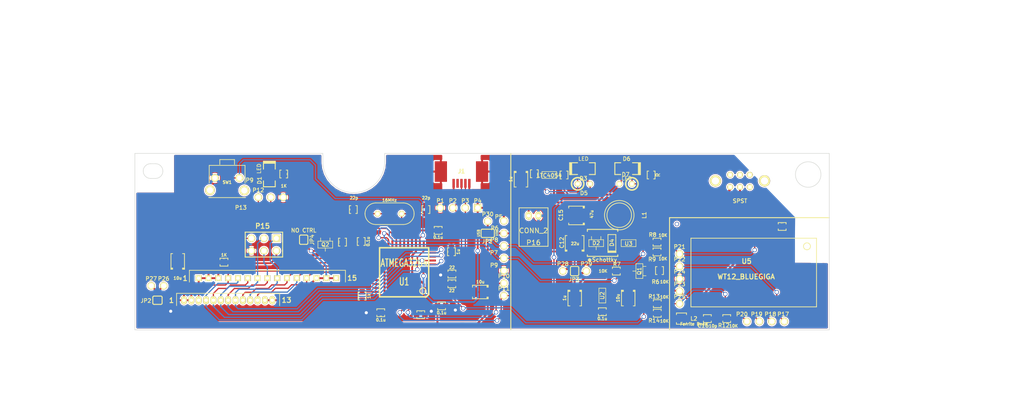
<source format=kicad_pcb>
(kicad_pcb (version 3) (host pcbnew "(2013-04-19 BZR 4011)-stable")
  (title_block (rev 1))
  (layers (15 F.Cu signal) (0 B.Cu signal hide) (20 B.SilkS user) (21 F.SilkS user) (22 B.Mask user) (23 F.Mask user) (28 Edge.Cuts user))
  (net 0 "")
  (net 1 +3.3V)
  (net 2 /AREF)
  (net 3 /D+)
  (net 4 /D-)
  (net 5 /HHKB_GND)
  (net 6 /PB0)
  (net 7 /PB1)
  (net 8 /PB2)
  (net 9 /PB3)
  (net 10 /PB4)
  (net 11 /PB5)
  (net 12 /PB6)
  (net 13 /PB7)
  (net 14 /PC6)
  (net 15 /PC7)
  (net 16 /PD0)
  (net 17 /PD1)
  (net 18 /PD4)
  (net 19 /PD5)
  (net 20 /PD6)
  (net 21 /PD7)
  (net 22 /PF0)
  (net 23 /PF4)
  (net 24 /PF5)
  (net 25 /PF6)
  (net 26 /PF7)
  (net 27 /bluetooth/DTR_33)
  (net 28 /bluetooth/MISO)
  (net 29 /bluetooth/MOSI)
  (net 30 /bluetooth/NCSB)
  (net 31 /bluetooth/RX_33)
  (net 32 /bluetooth/SCLK)
  (net 33 /bluetooth/TX_33)
  (net 34 /bluetooth/VBAT)
  (net 35 /~RESET)
  (net 36 BT_DTR)
  (net 37 BT_INDICATOR)
  (net 38 BT_RX)
  (net 39 BT_TX)
  (net 40 GND)
  (net 41 N-000001)
  (net 42 N-0000013)
  (net 43 N-000002)
  (net 44 N-0000020)
  (net 45 N-000003)
  (net 46 N-0000032)
  (net 47 N-0000040)
  (net 48 N-0000041)
  (net 49 N-0000043)
  (net 50 N-0000046)
  (net 51 N-0000047)
  (net 52 N-0000048)
  (net 53 N-0000049)
  (net 54 N-0000050)
  (net 55 N-0000051)
  (net 56 N-0000052)
  (net 57 N-0000056)
  (net 58 N-0000057)
  (net 59 N-0000058)
  (net 60 N-0000059)
  (net 61 N-0000060)
  (net 62 N-0000061)
  (net 63 N-0000062)
  (net 64 N-0000063)
  (net 65 N-0000064)
  (net 66 N-0000065)
  (net 67 N-0000066)
  (net 68 N-0000067)
  (net 69 N-0000071)
  (net 70 N-0000072)
  (net 71 N-0000073)
  (net 72 N-0000074)
  (net 73 N-0000076)
  (net 74 VBUS)
  (net 75 VIN)
  (module pin_array_3x2 (layer F.Cu) (at 137.795 120.396 180)
    (fp_text reference P15 (at 0.27432 3.77444 180) (layer F.SilkS) (effects (font (size 1.016 1.016) (thickness 0.2032))))
    (fp_text value CONN_3X2 hide)
    (pad 1 thru_hole rect (at -2.54 1.27 180) (size 1.524 1.524) (drill 1.016) (layers *.Cu *.Mask F.SilkS) (net 9 /PB3))
    (pad 2 thru_hole circle (at -2.54 -1.27 180) (size 1.524 1.524) (drill 1.016) (layers *.Cu *.Mask F.SilkS) (net 75 VIN))
    (pad 3 thru_hole circle (at 0 1.27 180) (size 1.524 1.524) (drill 1.016) (layers *.Cu *.Mask F.SilkS) (net 7 /PB1))
    (pad 4 thru_hole circle (at 0 -1.27 180) (size 1.524 1.524) (drill 1.016) (layers *.Cu *.Mask F.SilkS) (net 8 /PB2))
    (pad 5 thru_hole circle (at 2.54 1.27 180) (size 1.524 1.524) (drill 1.016) (layers *.Cu *.Mask F.SilkS) (net 35 /~RESET))
    (pad 6 thru_hole circle (at 2.54 -1.27 180) (size 1.524 1.524) (drill 1.016) (layers *.Cu *.Mask F.SilkS) (net 40 GND))
  )
  (module R_1608 (layer F.Cu) (at 176.086 128.397)
    (fp_text reference R2 (at 0 -0.7) (layer F.SilkS) (effects (font (size 0.20066 0.20066) (thickness 0.04064))))
    (fp_text value 22 (at 0 1.4) (layer F.SilkS) (effects (font (size 0.6 0.6))))
    (pad 2 smd rect (at 0.85 0) (size 1.1 1.1) (layers F.Cu F.Mask) (net 4 /D-) (clearance 0.15))
    (pad 1 smd rect (at -0.85 0) (size 1.1 1.1) (layers F.Cu F.Mask) (net 41 N-000001) (clearance 0.15))
  )
  (module TQFP44 (layer F.Cu) (at 166.37 126.048 180)
    (fp_text reference U1 (at 0 -1.905 180) (layer F.SilkS) (effects (font (size 1.524 1.016) (thickness 0.2032))))
    (fp_text value ATMEGA32U4 (at 0 1.905 180) (layer F.SilkS) (effects (font (size 1.524 1.016) (thickness 0.2032))))
    (pad 39 smd rect (at 0 -5.715 180) (size 0.4064 1.524) (layers F.Cu F.Mask) (net 23 /PF4))
    (pad 40 smd rect (at -0.8001 -5.715 180) (size 0.4064 1.524) (layers F.Cu F.Mask) (net 37 BT_INDICATOR))
    (pad 41 smd rect (at -1.6002 -5.715 180) (size 0.4064 1.524) (layers F.Cu F.Mask) (net 22 /PF0))
    (pad 42 smd rect (at -2.4003 -5.715 180) (size 0.4064 1.524) (layers F.Cu F.Mask) (net 2 /AREF))
    (pad 43 smd rect (at -3.2004 -5.715 180) (size 0.4064 1.524) (layers F.Cu F.Mask) (net 40 GND))
    (pad 44 smd rect (at -4.0005 -5.715 180) (size 0.4064 1.524) (layers F.Cu F.Mask) (net 75 VIN))
    (pad 38 smd rect (at 0.8001 -5.715 180) (size 0.4064 1.524) (layers F.Cu F.Mask) (net 24 /PF5))
    (pad 37 smd rect (at 1.6002 -5.715 180) (size 0.4064 1.524) (layers F.Cu F.Mask) (net 25 /PF6))
    (pad 36 smd rect (at 2.4003 -5.715 180) (size 0.4064 1.524) (layers F.Cu F.Mask) (net 26 /PF7))
    (pad 35 smd rect (at 3.2004 -5.715 180) (size 0.4064 1.524) (layers F.Cu F.Mask) (net 40 GND))
    (pad 34 smd rect (at 4.0005 -5.715 180) (size 0.4064 1.524) (layers F.Cu F.Mask) (net 75 VIN))
    (pad 17 smd rect (at 0 5.715 180) (size 0.4064 1.524) (layers F.Cu F.Mask) (net 47 N-0000040))
    (pad 16 smd rect (at -0.8001 5.715 180) (size 0.4064 1.524) (layers F.Cu F.Mask) (net 48 N-0000041))
    (pad 15 smd rect (at -1.6002 5.715 180) (size 0.4064 1.524) (layers F.Cu F.Mask) (net 40 GND))
    (pad 14 smd rect (at -2.4003 5.715 180) (size 0.4064 1.524) (layers F.Cu F.Mask) (net 75 VIN))
    (pad 13 smd rect (at -3.2004 5.715 180) (size 0.4064 1.524) (layers F.Cu F.Mask) (net 35 /~RESET))
    (pad 12 smd rect (at -4.0005 5.715 180) (size 0.4064 1.524) (layers F.Cu F.Mask) (net 13 /PB7))
    (pad 18 smd rect (at 0.8001 5.715 180) (size 0.4064 1.524) (layers F.Cu F.Mask) (net 16 /PD0))
    (pad 19 smd rect (at 1.6002 5.715 180) (size 0.4064 1.524) (layers F.Cu F.Mask) (net 17 /PD1))
    (pad 20 smd rect (at 2.4003 5.715 180) (size 0.4064 1.524) (layers F.Cu F.Mask) (net 39 BT_TX))
    (pad 21 smd rect (at 3.2004 5.715 180) (size 0.4064 1.524) (layers F.Cu F.Mask) (net 38 BT_RX))
    (pad 22 smd rect (at 4.0005 5.715 180) (size 0.4064 1.524) (layers F.Cu F.Mask) (net 19 /PD5))
    (pad 6 smd rect (at -5.715 0 180) (size 1.524 0.4064) (layers F.Cu F.Mask) (net 42 N-0000013))
    (pad 28 smd rect (at 5.715 0 180) (size 1.524 0.4064) (layers F.Cu F.Mask) (net 10 /PB4))
    (pad 7 smd rect (at -5.715 0.8001 180) (size 1.524 0.4064) (layers F.Cu F.Mask) (net 74 VBUS))
    (pad 27 smd rect (at 5.715 0.8001 180) (size 1.524 0.4064) (layers F.Cu F.Mask) (net 21 /PD7))
    (pad 26 smd rect (at 5.715 1.6002 180) (size 1.524 0.4064) (layers F.Cu F.Mask) (net 20 /PD6))
    (pad 8 smd rect (at -5.715 1.6002 180) (size 1.524 0.4064) (layers F.Cu F.Mask) (net 6 /PB0))
    (pad 9 smd rect (at -5.715 2.4003 180) (size 1.524 0.4064) (layers F.Cu F.Mask) (net 7 /PB1))
    (pad 25 smd rect (at 5.715 2.4003 180) (size 1.524 0.4064) (layers F.Cu F.Mask) (net 18 /PD4))
    (pad 24 smd rect (at 5.715 3.2004 180) (size 1.524 0.4064) (layers F.Cu F.Mask) (net 75 VIN))
    (pad 10 smd rect (at -5.715 3.2004 180) (size 1.524 0.4064) (layers F.Cu F.Mask) (net 8 /PB2))
    (pad 11 smd rect (at -5.715 4.0005 180) (size 1.524 0.4064) (layers F.Cu F.Mask) (net 9 /PB3))
    (pad 23 smd rect (at 5.715 4.0005 180) (size 1.524 0.4064) (layers F.Cu F.Mask) (net 40 GND))
    (pad 29 smd rect (at 5.715 -0.8001 180) (size 1.524 0.4064) (layers F.Cu F.Mask) (net 11 /PB5))
    (pad 5 smd rect (at -5.715 -0.8001 180) (size 1.524 0.4064) (layers F.Cu F.Mask) (net 40 GND))
    (pad 4 smd rect (at -5.715 -1.6002 180) (size 1.524 0.4064) (layers F.Cu F.Mask) (net 45 N-000003))
    (pad 30 smd rect (at 5.715 -1.6002 180) (size 1.524 0.4064) (layers F.Cu F.Mask) (net 12 /PB6))
    (pad 31 smd rect (at 5.715 -2.4003 180) (size 1.524 0.4064) (layers F.Cu F.Mask) (net 14 /PC6))
    (pad 3 smd rect (at -5.715 -2.4003 180) (size 1.524 0.4064) (layers F.Cu F.Mask) (net 41 N-000001))
    (pad 2 smd rect (at -5.715 -3.2004 180) (size 1.524 0.4064) (layers F.Cu F.Mask) (net 75 VIN))
    (pad 32 smd rect (at 5.715 -3.2004 180) (size 1.524 0.4064) (layers F.Cu F.Mask) (net 15 /PC7))
    (pad 33 smd rect (at 5.715 -4.0005 180) (size 1.524 0.4064) (layers F.Cu F.Mask) (net 43 N-000002))
    (pad 1 smd rect (at -5.715 -4.0005 180) (size 1.524 0.4064) (layers F.Cu F.Mask) (net 36 BT_DTR))
  )
  (module SW_TACT_TH_HORIZ_LOW (layer F.Cu) (at 130.3 106.8 180)
    (fp_text reference SW1 (at -0.002 -0.8848 180) (layer F.SilkS) (effects (font (size 0.6 0.6))))
    (fp_text value SW_PUSH hide)
    (pad 1 thru_hole circle (at 2.5 0 180) (size 1.6 1.6) (drill 1) (layers *.Cu *.Mask F.SilkS) (net 40 GND))
    (pad 2 thru_hole circle (at -2.5 0 180) (size 1.6 1.6) (drill 1) (layers *.Cu *.Mask F.SilkS) (net 35 /~RESET))
    (pad 3 thru_hole circle (at 3.5 -2.5 180) (size 2 2) (drill 1.3) (layers *.Cu *.Mask F.SilkS))
    (pad 4 thru_hole circle (at -3.5 -2.55 180) (size 2 2) (drill 1.3) (layers *.Cu *.Mask F.SilkS))
  )
  (module HHKB_PRO2_ZH13_TH (layer F.Cu) (at 130.5 131.75 180)
    (fp_text reference CN2 hide)
    (fp_text value CONN_13 hide)
    (pad 1 thru_hole oval (at 9 0 180) (size 1.2 1.7) (drill 0.7) (layers *.Cu *.Mask F.SilkS) (net 75 VIN))
    (pad 2 thru_hole oval (at 7.5 0 180) (size 1.2 1.7) (drill 0.7) (layers *.Cu *.Mask F.SilkS) (net 75 VIN))
    (pad 3 thru_hole oval (at 6 0 180) (size 1.2 1.7) (drill 0.7) (layers *.Cu *.Mask F.SilkS) (net 21 /PD7))
    (pad 4 thru_hole oval (at 4.5 0 180) (size 1.2 1.7) (drill 0.7) (layers *.Cu *.Mask F.SilkS) (net 13 /PB7))
    (pad 5 thru_hole oval (at 3 0 180) (size 1.2 1.7) (drill 0.7) (layers *.Cu *.Mask F.SilkS) (net 6 /PB0))
    (pad 6 thru_hole oval (at 1.5 0 180) (size 1.2 1.7) (drill 0.7) (layers *.Cu *.Mask F.SilkS) (net 7 /PB1))
    (pad 7 thru_hole oval (at 0 0 180) (size 1.2 1.7) (drill 0.7) (layers *.Cu *.Mask F.SilkS) (net 8 /PB2))
    (pad 8 thru_hole oval (at -1.5 0 180) (size 1.2 1.7) (drill 0.7) (layers *.Cu *.Mask F.SilkS) (net 9 /PB3))
    (pad 9 thru_hole oval (at -3 0 180) (size 1.2 1.7) (drill 0.7) (layers *.Cu *.Mask F.SilkS) (net 10 /PB4))
    (pad 10 thru_hole oval (at -4.5 0 180) (size 1.2 1.7) (drill 0.7) (layers *.Cu *.Mask F.SilkS) (net 11 /PB5))
    (pad 11 thru_hole oval (at -6 0 180) (size 1.2 1.7) (drill 0.7) (layers *.Cu *.Mask F.SilkS) (net 12 /PB6))
    (pad 12 thru_hole oval (at -7.5 0 180) (size 1.2 1.7) (drill 0.7) (layers *.Cu *.Mask F.SilkS) (net 5 /HHKB_GND))
    (pad 13 thru_hole oval (at -9 0 180) (size 1.2 1.7) (drill 0.7) (layers *.Cu *.Mask F.SilkS) (net 5 /HHKB_GND))
  )
  (module HHKB_PRO_PH15 (layer F.Cu) (at 138.5 127.25)
    (fp_text reference CN1 hide)
    (fp_text value CONN_15 hide)
    (pad 1 thru_hole rect (at -14 0 180) (size 1.2 1.2) (drill 0.70104) (layers *.Cu *.Mask F.SilkS) (net 75 VIN))
    (pad 2 thru_hole rect (at -12 0 180) (size 1.2 1.2) (drill 0.70104) (layers *.Cu *.Mask F.SilkS) (net 75 VIN))
    (pad 3 thru_hole rect (at -10 0 180) (size 1.2 1.2) (drill 0.70104) (layers *.Cu *.Mask F.SilkS) (net 75 VIN))
    (pad 4 thru_hole rect (at -8 0 180) (size 1.2 1.2) (drill 0.70104) (layers *.Cu *.Mask F.SilkS) (net 21 /PD7))
    (pad 5 thru_hole rect (at -6 0 180) (size 1.2 1.2) (drill 0.70104) (layers *.Cu *.Mask F.SilkS) (net 13 /PB7))
    (pad 6 thru_hole rect (at -4 0 180) (size 1.2 1.2) (drill 0.70104) (layers *.Cu *.Mask F.SilkS) (net 6 /PB0))
    (pad 7 thru_hole rect (at -2 0 180) (size 1.2 1.2) (drill 0.70104) (layers *.Cu *.Mask F.SilkS) (net 7 /PB1))
    (pad 8 thru_hole rect (at 0 0 180) (size 1.2 1.2) (drill 0.70104) (layers *.Cu *.Mask F.SilkS) (net 8 /PB2))
    (pad 9 thru_hole rect (at 2 0 180) (size 1.2 1.2) (drill 0.70104) (layers *.Cu *.Mask F.SilkS) (net 9 /PB3))
    (pad 10 thru_hole rect (at 4 0 180) (size 1.2 1.2) (drill 0.70104) (layers *.Cu *.Mask F.SilkS) (net 10 /PB4))
    (pad 11 thru_hole rect (at 6 0 180) (size 1.2 1.2) (drill 0.70104) (layers *.Cu *.Mask F.SilkS) (net 11 /PB5))
    (pad 12 thru_hole rect (at 8 0 180) (size 1.2 1.2) (drill 0.70104) (layers *.Cu *.Mask F.SilkS) (net 12 /PB6))
    (pad 13 thru_hole rect (at 10 0 180) (size 1.2 1.2) (drill 0.70104) (layers *.Cu *.Mask F.SilkS) (net 5 /HHKB_GND))
    (pad 14 thru_hole rect (at 12 0 180) (size 1.2 1.2) (drill 0.70104) (layers *.Cu *.Mask F.SilkS) (net 5 /HHKB_GND))
    (pad 15 thru_hole rect (at 14 0 180) (size 1.2 1.2) (drill 0.70104) (layers *.Cu *.Mask F.SilkS) (net 5 /HHKB_GND))
  )
  (module XTAL_HC_49_TH (layer F.Cu) (at 163.4 114.1)
    (fp_text reference X1 hide)
    (fp_text value 16MHz (at -0.01958 -2.76164) (layer F.SilkS) (effects (font (size 0.6 0.6))))
    (pad 1 thru_hole circle (at 2.45 0 180) (size 1.2 1.2) (drill 0.7) (layers *.Cu *.Mask F.SilkS) (net 48 N-0000041))
    (pad 2 thru_hole circle (at -2.45 0 180) (size 1.2 1.2) (drill 0.7) (layers *.Cu *.Mask F.SilkS) (net 47 N-0000040))
  )
  (module PIN_1 (layer F.Cu) (at 176.276 112.903)
    (fp_text reference P2 (at 0 -1.45) (layer F.SilkS) (effects (font (size 0.8128 0.8128) (thickness 0.1524))))
    (fp_text value CONN_1 hide)
    (pad 1 thru_hole circle (at 0 0) (size 1.524 1.524) (drill 1.016) (layers *.Cu *.Mask F.SilkS) (net 3 /D+))
  )
  (module PIN_1_SQUARE (layer F.Cu) (at 181.356 112.903)
    (fp_text reference P4 (at 0 -1.45) (layer F.SilkS) (effects (font (size 0.8128 0.8128) (thickness 0.1524))))
    (fp_text value CONN_1 hide)
    (pad 1 thru_hole rect (at 0 0) (size 1.524 1.524) (drill 1.016) (layers *.Cu *.Mask F.SilkS) (net 74 VBUS))
  )
  (module PIN_1 (layer F.Cu) (at 173.736 112.903)
    (fp_text reference P1 (at 0 -1.45) (layer F.SilkS) (effects (font (size 0.8128 0.8128) (thickness 0.1524))))
    (fp_text value CONN_1 hide)
    (pad 1 thru_hole circle (at 0 0) (size 1.524 1.524) (drill 1.016) (layers *.Cu *.Mask F.SilkS) (net 40 GND))
  )
  (module PIN_1 (layer F.Cu) (at 178.816 112.903)
    (fp_text reference P3 (at 0 -1.45) (layer F.SilkS) (effects (font (size 0.8128 0.8128) (thickness 0.1524))))
    (fp_text value CONN_1 hide)
    (pad 1 thru_hole circle (at 0 0) (size 1.524 1.524) (drill 1.016) (layers *.Cu *.Mask F.SilkS) (net 4 /D-))
  )
  (module SOLDER_JUMPER_3 (layer F.Cu) (at 183.4 118.1)
    (fp_text reference JP1 (at -0.09 1.65) (layer F.SilkS) (effects (font (size 0.8 0.8))))
    (fp_text value JUMPER3 hide)
    (pad 2 smd rect (at 0 0) (size 0.6 1.2) (layers F.Cu F.Mask) (net 75 VIN) (clearance 0.1))
    (pad 3 smd rect (at 0.8 0) (size 0.6 1.2) (layers F.Cu F.Mask) (net 75 VIN) (clearance 0.1))
    (pad 1 smd rect (at -0.8 0) (size 0.6 1.2) (layers F.Cu F.Mask) (net 74 VBUS) (clearance 0.1))
  )
  (module R_1608 (layer F.Cu) (at 176.1 126.4)
    (fp_text reference R3 (at 0 -0.7) (layer F.SilkS) (effects (font (size 0.20066 0.20066) (thickness 0.04064))))
    (fp_text value 22 (at 0.01344 -1.33294) (layer F.SilkS) (effects (font (size 0.6 0.6))))
    (pad 2 smd rect (at 0.85 0) (size 1.1 1.1) (layers F.Cu F.Mask) (net 3 /D+) (clearance 0.2))
    (pad 1 smd rect (at -0.85 0) (size 1.1 1.1) (layers F.Cu F.Mask) (net 45 N-000003))
  )
  (module R_1608 (layer F.Cu) (at 157.8 130.9 90)
    (fp_text reference R4 (at 0 -0.7 90) (layer F.SilkS) (effects (font (size 0.20066 0.20066) (thickness 0.04064))))
    (fp_text value 1k (at 0 1.4 90) (layer F.SilkS) (effects (font (size 0.6 0.6))))
    (pad 2 smd rect (at 0.85 0 90) (size 1.1 1.1) (layers F.Cu F.Mask) (net 43 N-000002))
    (pad 1 smd rect (at -0.85 0 90) (size 1.1 1.1) (layers F.Cu F.Mask) (net 40 GND))
  )
  (module R_1608 (layer F.Cu) (at 141.83 106 270)
    (fp_text reference R5 (at 0 -0.7 270) (layer F.SilkS) (effects (font (size 0.20066 0.20066) (thickness 0.04064))))
    (fp_text value 1K (at 2.43824 -0.0163 360) (layer F.SilkS) (effects (font (size 0.6 0.6))))
    (pad 2 smd rect (at 0.85 0 270) (size 1.1 1.1) (layers F.Cu F.Mask) (net 40 GND))
    (pad 1 smd rect (at -0.85 0 270) (size 1.1 1.1) (layers F.Cu F.Mask) (net 46 N-0000032))
  )
  (module R_1608 (layer F.Cu) (at 129.65 123.98)
    (fp_text reference R1 (at 0 -0.7) (layer F.SilkS) (effects (font (size 0.20066 0.20066) (thickness 0.04064))))
    (fp_text value 1K (at 0.01192 -1.46056) (layer F.SilkS) (effects (font (size 0.6 0.6))))
    (pad 2 smd rect (at 0.85 0) (size 1.1 1.1) (layers F.Cu F.Mask) (net 21 /PD7))
    (pad 1 smd rect (at -0.85 0) (size 1.1 1.1) (layers F.Cu F.Mask) (net 75 VIN))
  )
  (module C_1608 (layer F.Cu) (at 173.3 117.5)
    (fp_text reference C3 (at 0 -0.7) (layer F.SilkS) (effects (font (size 0.20066 0.20066) (thickness 0.04064))))
    (fp_text value 0.1u (at 0 1.4) (layer F.SilkS) (effects (font (size 0.6 0.6))))
    (pad 2 smd rect (at 0.85 0) (size 1.1 1.1) (layers F.Cu F.Mask) (net 40 GND))
    (pad 1 smd rect (at -0.85 0) (size 1.1 1.1) (layers F.Cu F.Mask) (net 75 VIN))
  )
  (module C_1608 (layer F.Cu) (at 176 121.86 90)
    (fp_text reference C4 (at 0 -0.7 90) (layer F.SilkS) (effects (font (size 0.20066 0.20066) (thickness 0.04064))))
    (fp_text value 1u (at 0 1.4 90) (layer F.SilkS) (effects (font (size 0.6 0.6))))
    (pad 2 smd rect (at 0.85 0 90) (size 1.1 1.1) (layers F.Cu F.Mask) (net 40 GND))
    (pad 1 smd rect (at -0.85 0 90) (size 1.1 1.1) (layers F.Cu F.Mask) (net 42 N-0000013))
  )
  (module C_1608 (layer F.Cu) (at 170.8 113.25 90)
    (fp_text reference C5 (at 0 -0.7 90) (layer F.SilkS) (effects (font (size 0.20066 0.20066) (thickness 0.04064))))
    (fp_text value 22p (at 2.38392 0.0436 180) (layer F.SilkS) (effects (font (size 0.6 0.6))))
    (pad 2 smd rect (at 0.85 0 90) (size 1.1 1.1) (layers F.Cu F.Mask) (net 40 GND))
    (pad 1 smd rect (at -0.85 0 90) (size 1.1 1.1) (layers F.Cu F.Mask) (net 48 N-0000041))
  )
  (module C_1608 (layer F.Cu) (at 156.006 113.2468 90)
    (fp_text reference C6 (at 0 -0.7 90) (layer F.SilkS) (effects (font (size 0.20066 0.20066) (thickness 0.04064))))
    (fp_text value 22p (at 2.3636 0.1322 180) (layer F.SilkS) (effects (font (size 0.6 0.6))))
    (pad 2 smd rect (at 0.85 0 90) (size 1.1 1.1) (layers F.Cu F.Mask) (net 40 GND))
    (pad 1 smd rect (at -0.85 0 90) (size 1.1 1.1) (layers F.Cu F.Mask) (net 47 N-0000040))
  )
  (module C_1608 (layer F.Cu) (at 157.62 119.77 90)
    (fp_text reference C7 (at 0 -0.7 90) (layer F.SilkS) (effects (font (size 0.20066 0.20066) (thickness 0.04064))))
    (fp_text value 0.1u (at 0 1.4 90) (layer F.SilkS) (effects (font (size 0.6 0.6))))
    (pad 2 smd rect (at 0.85 0 90) (size 1.1 1.1) (layers F.Cu F.Mask) (net 40 GND))
    (pad 1 smd rect (at -0.85 0 90) (size 1.1 1.1) (layers F.Cu F.Mask) (net 75 VIN))
  )
  (module C_1608 (layer F.Cu) (at 161.6 134.3 180)
    (fp_text reference C8 (at 0 -0.7 180) (layer F.SilkS) (effects (font (size 0.20066 0.20066) (thickness 0.04064))))
    (fp_text value 0.1u (at -0.0202 -1.46808 180) (layer F.SilkS) (effects (font (size 0.6 0.6))))
    (pad 2 smd rect (at 0.85 0 180) (size 1.1 1.1) (layers F.Cu F.Mask) (net 40 GND))
    (pad 1 smd rect (at -0.85 0 180) (size 1.1 1.1) (layers F.Cu F.Mask) (net 75 VIN))
  )
  (module C_1608 (layer F.Cu) (at 174 132.9)
    (fp_text reference C9 (at 0 -0.7) (layer F.SilkS) (effects (font (size 0.20066 0.20066) (thickness 0.04064))))
    (fp_text value 0.1u (at 0 1.4) (layer F.SilkS) (effects (font (size 0.6 0.6))))
    (pad 2 smd rect (at 0.85 0) (size 1.1 1.1) (layers F.Cu F.Mask) (net 40 GND))
    (pad 1 smd rect (at -0.85 0) (size 1.1 1.1) (layers F.Cu F.Mask) (net 75 VIN))
  )
  (module PIN_1 (layer F.Cu) (at 186.69 115.57)
    (fp_text reference P5 (at -1.05 -0.84) (layer F.SilkS) (effects (font (size 0.8128 0.8128) (thickness 0.1524))))
    (fp_text value CONN_1 hide)
    (pad 1 thru_hole circle (at 0 0) (size 1.524 1.524) (drill 1.016) (layers *.Cu *.Mask F.SilkS) (net 74 VBUS))
  )
  (module PIN_1 (layer F.Cu) (at 186.69 118.11)
    (fp_text reference P6 (at -1.86984 -1.06838) (layer F.SilkS) (effects (font (size 0.8128 0.8128) (thickness 0.1524))))
    (fp_text value CONN_1 hide)
    (pad 1 thru_hole circle (at 0 0) (size 1.524 1.524) (drill 1.016) (layers *.Cu *.Mask F.SilkS) (net 75 VIN))
  )
  (module PIN_1 (layer F.Cu) (at 186.69 123.19)
    (fp_text reference P7 (at -2.02224 -1.14458) (layer F.SilkS) (effects (font (size 0.8128 0.8128) (thickness 0.1524))))
    (fp_text value CONN_1 hide)
    (pad 1 thru_hole circle (at 0 0) (size 1.524 1.524) (drill 1.016) (layers *.Cu *.Mask F.SilkS) (net 39 BT_TX))
  )
  (module PIN_1 (layer F.Cu) (at 186.69 120.65)
    (fp_text reference P8 (at -1.94604 -1.19538) (layer F.SilkS) (effects (font (size 0.8128 0.8128) (thickness 0.1524))))
    (fp_text value CONN_1 hide)
    (pad 1 thru_hole circle (at 0 0) (size 1.524 1.524) (drill 1.016) (layers *.Cu *.Mask F.SilkS) (net 38 BT_RX))
  )
  (module PIN_1 (layer F.Cu) (at 186.69 125.73)
    (fp_text reference P9 (at -1.99684 -1.11918) (layer F.SilkS) (effects (font (size 0.8128 0.8128) (thickness 0.1524))))
    (fp_text value CONN_1 hide)
    (pad 1 thru_hole circle (at 0 0) (size 1.524 1.524) (drill 1.016) (layers *.Cu *.Mask F.SilkS) (net 40 GND))
  )
  (module C_3216 (layer F.Cu) (at 120.201 123.836 90)
    (fp_text reference C2 hide)
    (fp_text value 10u (at -3.4048 0.0192 180) (layer F.SilkS) (effects (font (size 0.6 0.6))))
    (pad 1 smd rect (at -1.5 0 90) (size 1.8 2) (layers F.Cu F.Mask) (net 75 VIN))
    (pad 2 smd rect (at 1.5 0 90) (size 1.8 2) (layers F.Cu F.Mask) (net 40 GND))
  )
  (module C_3216 (layer F.Cu) (at 181.9 130.1 180)
    (fp_text reference C1 hide)
    (fp_text value 10u (at 0 2.1 180) (layer F.SilkS) (effects (font (size 0.6 0.6))))
    (pad 1 smd rect (at -1.5 0 180) (size 1.8 2) (layers F.Cu F.Mask) (net 75 VIN))
    (pad 2 smd rect (at 1.5 0 180) (size 1.8 2) (layers F.Cu F.Mask) (net 40 GND))
  )
  (module C_1608 (layer F.Cu) (at 169.75 134.7)
    (fp_text reference C10 (at 0 -0.7) (layer F.SilkS) (effects (font (size 0.20066 0.20066) (thickness 0.04064))))
    (fp_text value 0.1u hide)
    (pad 2 smd rect (at 0.85 0) (size 1.1 1.1) (layers F.Cu F.Mask) (net 40 GND))
    (pad 1 smd rect (at -0.85 0) (size 1.1 1.1) (layers F.Cu F.Mask) (net 2 /AREF))
  )
  (module PIN_1 (layer F.Cu) (at 134.874 108.712)
    (fp_text reference P9 (at 0 -1.45) (layer F.SilkS) (effects (font (size 0.8128 0.8128) (thickness 0.1524))))
    (fp_text value CONN_1 hide)
    (pad 1 thru_hole circle (at 6.858 2.032) (size 1.524 1.524) (drill 1.016) (layers *.Cu *.Mask F.SilkS) (net 40 GND))
  )
  (module PIN_1 (layer F.Cu) (at 133.096 114.3)
    (fp_text reference P13 (at 0 -1.45) (layer F.SilkS) (effects (font (size 0.8128 0.8128) (thickness 0.1524))))
    (fp_text value CONN_1 hide)
    (pad 1 thru_hole circle (at 6.096 -3.556) (size 1.524 1.524) (drill 1.016) (layers *.Cu *.Mask F.SilkS) (net 16 /PD0))
  )
  (module PIN_1 (layer F.Cu) (at 136.652 110.744)
    (fp_text reference P12 (at 0 -1.45) (layer F.SilkS) (effects (font (size 0.8128 0.8128) (thickness 0.1524))))
    (fp_text value CONN_1 hide)
    (pad 1 thru_hole circle (at 0 0) (size 1.524 1.524) (drill 1.016) (layers *.Cu *.Mask F.SilkS) (net 17 /PD1))
  )
  (module PIN_1 (layer F.Cu) (at 186.69 130.81)
    (fp_text reference P11 (at 0 -1.45) (layer F.SilkS) (effects (font (size 0.8128 0.8128) (thickness 0.1524))))
    (fp_text value CONN_1 hide)
    (pad 1 thru_hole circle (at 0 0) (size 1.524 1.524) (drill 1.016) (layers *.Cu *.Mask F.SilkS) (net 37 BT_INDICATOR))
  )
  (module PIN_1 (layer F.Cu) (at 186.69 128.27)
    (fp_text reference P10 (at 0 -1.45) (layer F.SilkS) (effects (font (size 0.8128 0.8128) (thickness 0.1524))))
    (fp_text value CONN_1 hide)
    (pad 1 thru_hole circle (at 0 0) (size 1.524 1.524) (drill 1.016) (layers *.Cu *.Mask F.SilkS) (net 22 /PF0))
  )
  (module C_3228 (layer F.Cu) (at 201.1 120.15 90)
    (fp_text reference C12 (at 0.15 -2.6 90) (layer F.SilkS) (effects (font (size 0.8 0.8))))
    (fp_text value 22u (at -0.05 0.1 180) (layer F.SilkS) (effects (font (size 0.6 0.6))))
    (pad 1 smd rect (at -1.65 0 90) (size 1.8 3) (layers F.Cu F.Mask) (net 75 VIN))
    (pad 2 smd rect (at 1.65 0 90) (size 1.8 3) (layers F.Cu F.Mask) (net 40 GND))
  )
  (module C_1608 (layer F.Cu) (at 206.75 134.1 180)
    (fp_text reference C13 (at 0 -0.7 180) (layer F.SilkS) (effects (font (size 0.20066 0.20066) (thickness 0.04064))))
    (fp_text value 0.1u (at 0 -1.4 180) (layer F.SilkS) (effects (font (size 0.6 0.6))))
    (pad 2 smd rect (at 0.85 0 180) (size 1.1 1.1) (layers F.Cu F.Mask) (net 40 GND))
    (pad 1 smd rect (at -0.85 0 180) (size 1.1 1.1) (layers F.Cu F.Mask) (net 49 N-0000043))
  )
  (module C_3216 (layer F.Cu) (at 212.05 131.3 270)
    (fp_text reference C14 hide)
    (fp_text value 10u (at 0 2.1 270) (layer F.SilkS) (effects (font (size 0.6 0.6))))
    (pad 1 smd rect (at -1.5 0 270) (size 1.8 2) (layers F.Cu F.Mask) (net 1 +3.3V))
    (pad 2 smd rect (at 1.5 0 270) (size 1.8 2) (layers F.Cu F.Mask) (net 40 GND))
  )
  (module C_3225 (layer F.Cu) (at 201.5 114.45 180)
    (fp_text reference C15 (at 3.2 0.05 270) (layer F.SilkS) (effects (font (size 0.8 0.8))))
    (fp_text value 47u (at -3.1 0.25 270) (layer F.SilkS) (effects (font (size 0.6 0.6))))
    (pad 1 smd rect (at -1.5 0 180) (size 1.8 3) (layers F.Cu F.Mask) (net 34 /bluetooth/VBAT))
    (pad 2 smd rect (at 1.5 0 180) (size 1.8 3) (layers F.Cu F.Mask) (net 40 GND))
  )
  (module C_1608 (layer F.Cu) (at 228.15 135.5)
    (fp_text reference C16 (at -0.85 1.4) (layer F.SilkS) (effects (font (size 0.8 0.8))))
    (fp_text value 10p (at 1.15 1.5) (layer F.SilkS) (effects (font (size 0.6 0.6))))
    (pad 2 smd rect (at 0.85 0) (size 1.1 1.1) (layers F.Cu F.Mask) (net 40 GND))
    (pad 1 smd rect (at -0.85 0) (size 1.1 1.1) (layers F.Cu F.Mask) (net 55 N-0000051))
  )
  (module C_1608 (layer F.Cu) (at 243.4 116.7)
    (fp_text reference C17 (at 0 -0.7) (layer F.SilkS) (effects (font (size 0.20066 0.20066) (thickness 0.04064))))
    (fp_text value 10p hide)
    (pad 2 smd rect (at 0.85 0) (size 1.1 1.1) (layers F.Cu F.Mask) (net 40 GND))
    (pad 1 smd rect (at -0.85 0) (size 1.1 1.1) (layers F.Cu F.Mask) (net 55 N-0000051))
  )
  (module L_6x6MM (layer F.Cu) (at 210.2 114.4 90)
    (fp_text reference L1 (at 0 5.1 90) (layer F.SilkS) (effects (font (size 0.8 0.8))))
    (fp_text value 47-100u hide)
    (pad 2 smd rect (at 0 -3 90) (size 3 2) (layers F.Cu F.Mask) (net 34 /bluetooth/VBAT))
    (pad 1 smd rect (at 0 3 90) (size 3 2) (layers F.Cu F.Mask) (net 56 N-0000052))
  )
  (module PIN_1 (layer F.Cu) (at 243.84 136.09)
    (fp_text reference P17 (at -0.24 -1.49) (layer F.SilkS) (effects (font (size 0.8128 0.8128) (thickness 0.1524))))
    (fp_text value CONN_1 hide)
    (pad 1 thru_hole circle (at 0 0) (size 1.524 1.524) (drill 1.016) (layers *.Cu *.Mask F.SilkS) (net 29 /bluetooth/MOSI))
  )
  (module PIN_1 (layer F.Cu) (at 241.3 136.09)
    (fp_text reference P18 (at -0.3 -1.49) (layer F.SilkS) (effects (font (size 0.8128 0.8128) (thickness 0.1524))))
    (fp_text value CONN_1 hide)
    (pad 1 thru_hole circle (at 0 0) (size 1.524 1.524) (drill 1.016) (layers *.Cu *.Mask F.SilkS) (net 28 /bluetooth/MISO))
  )
  (module PIN_1 (layer F.Cu) (at 238.76 136.09)
    (fp_text reference P19 (at -0.56 -1.49) (layer F.SilkS) (effects (font (size 0.8128 0.8128) (thickness 0.1524))))
    (fp_text value CONN_1 hide)
    (pad 1 thru_hole circle (at 0 0) (size 1.524 1.524) (drill 1.016) (layers *.Cu *.Mask F.SilkS) (net 32 /bluetooth/SCLK))
  )
  (module PIN_1 (layer F.Cu) (at 236.22 136.09)
    (fp_text reference P20 (at -1.02 -1.49) (layer F.SilkS) (effects (font (size 0.8128 0.8128) (thickness 0.1524))))
    (fp_text value CONN_1 hide)
    (pad 1 thru_hole circle (at 0 0) (size 1.524 1.524) (drill 1.016) (layers *.Cu *.Mask F.SilkS) (net 30 /bluetooth/NCSB))
  )
  (module R_1608 (layer F.Cu) (at 218.4 125.7 90)
    (fp_text reference R6 (at -2.3 -0.8 180) (layer F.SilkS) (effects (font (size 0.8 0.8))))
    (fp_text value 10K (at -2.3 1 180) (layer F.SilkS) (effects (font (size 0.6 0.6))))
    (pad 2 smd rect (at 0.85 0 90) (size 1.1 1.1) (layers F.Cu F.Mask) (net 33 /bluetooth/TX_33))
    (pad 1 smd rect (at -0.85 0 90) (size 1.1 1.1) (layers F.Cu F.Mask) (net 1 +3.3V))
  )
  (module R_1608 (layer F.Cu) (at 209.6 125.8)
    (fp_text reference R7 (at 0.1 -1.4) (layer F.SilkS) (effects (font (size 0.8 0.8))))
    (fp_text value 10K (at -2.7 0) (layer F.SilkS) (effects (font (size 0.6 0.6))))
    (pad 2 smd rect (at 0.85 0) (size 1.1 1.1) (layers F.Cu F.Mask) (net 39 BT_TX))
    (pad 1 smd rect (at -0.85 0) (size 1.1 1.1) (layers F.Cu F.Mask) (net 75 VIN))
  )
  (module R_1608 (layer F.Cu) (at 217.9 119.9)
    (fp_text reference R8 (at -0.9 -1.5) (layer F.SilkS) (effects (font (size 0.8 0.8))))
    (fp_text value 10K (at 1.2 3.4) (layer F.SilkS) (effects (font (size 0.6 0.6))))
    (pad 2 smd rect (at 0.85 0) (size 1.1 1.1) (layers F.Cu F.Mask) (net 31 /bluetooth/RX_33))
    (pad 1 smd rect (at -0.85 0) (size 1.1 1.1) (layers F.Cu F.Mask) (net 38 BT_RX))
  )
  (module R_1608 (layer F.Cu) (at 217.9 121.9 180)
    (fp_text reference R9 (at 1 -1.5 180) (layer F.SilkS) (effects (font (size 0.8 0.8))))
    (fp_text value 10K (at -1.2 3.4 180) (layer F.SilkS) (effects (font (size 0.6 0.6))))
    (pad 2 smd rect (at 0.85 0 180) (size 1.1 1.1) (layers F.Cu F.Mask) (net 40 GND))
    (pad 1 smd rect (at -0.85 0 180) (size 1.1 1.1) (layers F.Cu F.Mask) (net 31 /bluetooth/RX_33))
  )
  (module R_1608 (layer F.Cu) (at 198.95 106.2 90)
    (fp_text reference R10 (at 0 -0.7 90) (layer F.SilkS) (effects (font (size 0.20066 0.20066) (thickness 0.04064))))
    (fp_text value 1K hide)
    (pad 2 smd rect (at 0.85 0 90) (size 1.1 1.1) (layers F.Cu F.Mask) (net 74 VBUS))
    (pad 1 smd rect (at -0.85 0 90) (size 1.1 1.1) (layers F.Cu F.Mask) (net 69 N-0000071))
  )
  (module R_1608 (layer F.Cu) (at 192.9 105.95 270)
    (fp_text reference R11 (at 0 -0.7 270) (layer F.SilkS) (effects (font (size 0.20066 0.20066) (thickness 0.04064))))
    (fp_text value 10K hide)
    (pad 2 smd rect (at 0.85 0 270) (size 1.1 1.1) (layers F.Cu F.Mask) (net 40 GND))
    (pad 1 smd rect (at -0.85 0 270) (size 1.1 1.1) (layers F.Cu F.Mask) (net 53 N-0000049))
  )
  (module SOT23-5_HSOL (layer F.Cu) (at 206.75 130.8 270)
    (fp_text reference U2 (at 0 0 270) (layer F.SilkS) (effects (font (size 0.8 0.8))))
    (fp_text value TAR5SB33 hide)
    (pad 1 smd rect (at -0.95 1.3 270) (size 0.6 1.2) (layers F.Cu F.Mask) (net 75 VIN))
    (pad 3 smd rect (at 0.95 1.3 270) (size 0.6 1.2) (layers F.Cu F.Mask) (net 75 VIN))
    (pad 2 smd rect (at 0 1.3 270) (size 0.6 1.2) (layers F.Cu F.Mask) (net 40 GND))
    (pad 5 smd rect (at -0.95 -1.3 270) (size 0.6 1.2) (layers F.Cu F.Mask) (net 1 +3.3V))
    (pad 4 smd rect (at 0.95 -1.3 270) (size 0.6 1.2) (layers F.Cu F.Mask) (net 49 N-0000043))
  )
  (module SOT23-5_HSOL (layer F.Cu) (at 212.1 120.1)
    (fp_text reference U3 (at 0 0.1) (layer F.SilkS) (effects (font (size 0.8 0.8))))
    (fp_text value HT7750A hide)
    (pad 1 smd rect (at -0.95 1.3) (size 0.6 1.2) (layers F.Cu F.Mask) (net 75 VIN))
    (pad 3 smd rect (at 0.95 1.3) (size 0.6 1.2) (layers F.Cu F.Mask) (net 57 N-0000056))
    (pad 2 smd rect (at 0 1.3) (size 0.6 1.2) (layers F.Cu F.Mask) (net 75 VIN))
    (pad 5 smd rect (at -0.95 -1.3) (size 0.6 1.2) (layers F.Cu F.Mask) (net 56 N-0000052))
    (pad 4 smd rect (at 0.95 -1.3) (size 0.6 1.2) (layers F.Cu F.Mask) (net 40 GND))
  )
  (module SOT23-5_HSOL (layer F.Cu) (at 195.95 106.2)
    (fp_text reference U4 hide)
    (fp_text value LTC4054 (at 0 0.09906) (layer F.SilkS) (effects (font (size 0.8 0.8))))
    (pad 1 smd rect (at -0.95 1.3) (size 0.6 1.2) (layers F.Cu F.Mask) (net 51 N-0000047))
    (pad 3 smd rect (at 0.95 1.3) (size 0.6 1.2) (layers F.Cu F.Mask) (net 52 N-0000048))
    (pad 2 smd rect (at 0 1.3) (size 0.6 1.2) (layers F.Cu F.Mask) (net 40 GND))
    (pad 5 smd rect (at -0.95 -1.3) (size 0.6 1.2) (layers F.Cu F.Mask) (net 53 N-0000049))
    (pad 4 smd rect (at 0.95 -1.3) (size 0.6 1.2) (layers F.Cu F.Mask) (net 74 VBUS))
  )
  (module WT12_bluegiga (layer F.Cu) (at 224.8 119.1)
    (fp_text reference U5 (at 11.35 4.7) (layer F.SilkS) (effects (font (thickness 0.2))))
    (fp_text value WT12_BLUEGIGA (at 11.25 7.85) (layer F.SilkS) (effects (font (thickness 0.2))))
    (pad 14 smd oval (at 1 0.05) (size 0.8 1.7) (layers F.Cu F.Mask) (net 40 GND))
    (pad 1 smd oval (at 20.5 0.05) (size 0.8 1.7) (layers F.Cu F.Mask) (net 40 GND))
    (pad 2 smd oval (at 19 0.2) (size 0.8 2) (layers F.Cu F.Mask) (net 55 N-0000051))
    (pad 3 smd oval (at 17.5 0.2) (size 0.8 2) (layers F.Cu F.Mask) (net 70 N-0000072))
    (pad 4 smd oval (at 16 0.2) (size 0.8 2) (layers F.Cu F.Mask) (net 71 N-0000073))
    (pad 5 smd oval (at 14.5 0.25) (size 0.8 2) (layers F.Cu F.Mask) (net 72 N-0000074))
    (pad 6 smd oval (at 13 0.2) (size 0.8 2) (layers F.Cu F.Mask) (net 31 /bluetooth/RX_33))
    (pad 7 smd oval (at 11.5 0.2) (size 0.8 2) (layers F.Cu F.Mask) (net 68 N-0000067))
    (pad 8 smd oval (at 10 0.2) (size 0.8 2) (layers F.Cu F.Mask) (net 67 N-0000066))
    (pad 9 smd oval (at 8.5 0.2) (size 0.8 2) (layers F.Cu F.Mask) (net 66 N-0000065))
    (pad 10 smd oval (at 7 0.2) (size 0.8 2) (layers F.Cu F.Mask) (net 65 N-0000064))
    (pad 11 smd oval (at 5.5 0.2) (size 0.8 2) (layers F.Cu F.Mask) (net 63 N-0000062))
    (pad 12 smd oval (at 4 0.2) (size 0.8 2) (layers F.Cu F.Mask) (net 62 N-0000061))
    (pad 13 smd oval (at 2.5 0.2) (size 0.8 2) (layers F.Cu F.Mask) (net 60 N-0000059))
    (pad 15 smd oval (at 1 13.95) (size 0.8 1.7) (layers F.Cu F.Mask) (net 40 GND))
    (pad 16 smd oval (at 2.5 13.8) (size 0.8 2) (layers F.Cu F.Mask) (net 55 N-0000051))
    (pad 17 smd oval (at 4 13.8) (size 0.8 2) (layers F.Cu F.Mask) (net 54 N-0000050))
    (pad 18 smd oval (at 5.5 13.8) (size 0.8 2) (layers F.Cu F.Mask) (net 61 N-0000060))
    (pad 19 smd oval (at 7 13.8) (size 0.8 2) (layers F.Cu F.Mask) (net 27 /bluetooth/DTR_33))
    (pad 20 smd oval (at 8.5 13.8) (size 0.8 2) (layers F.Cu F.Mask) (net 64 N-0000063))
    (pad 21 smd oval (at 10 13.8) (size 0.8 2) (layers F.Cu F.Mask) (net 30 /bluetooth/NCSB))
    (pad 22 smd oval (at 11.5 13.8) (size 0.8 2) (layers F.Cu F.Mask) (net 32 /bluetooth/SCLK))
    (pad 23 smd oval (at 13 13.8) (size 0.8 2) (layers F.Cu F.Mask) (net 28 /bluetooth/MISO))
    (pad 24 smd oval (at 14.5 13.8) (size 0.8 2) (layers F.Cu F.Mask) (net 29 /bluetooth/MOSI))
    (pad 25 smd oval (at 16 13.8) (size 0.8 2) (layers F.Cu F.Mask) (net 59 N-0000058))
    (pad 26 smd oval (at 17.5 13.8) (size 0.8 2) (layers F.Cu F.Mask) (net 33 /bluetooth/TX_33))
    (pad 27 smd oval (at 19 13.8) (size 0.8 2) (layers F.Cu F.Mask) (net 58 N-0000057))
    (pad 28 smd oval (at 20.5 13.95) (size 0.8 1.7) (layers F.Cu F.Mask) (net 40 GND))
    (pad 29 smd oval (at 25.55 8.5) (size 1.7 0.8) (layers F.Cu F.Mask) (net 40 GND))
    (pad 30 smd oval (at 25.4 7) (size 2 0.8) (layers F.Cu F.Mask))
    (pad 31 smd oval (at 25.55 5.5) (size 1.7 0.8) (layers F.Cu F.Mask) (net 40 GND))
  )
  (module JST_PH2_TH (layer F.Cu) (at 192.7352 114.5032 180)
    (fp_text reference P16 (at 0 -5.5 180) (layer F.SilkS))
    (fp_text value CONN_2 (at 0 -3.05 180) (layer F.SilkS))
    (pad 2 thru_hole oval (at 1 0 180) (size 1.2 1.7) (drill oval 0.7) (layers *.Cu *.Mask F.SilkS) (net 52 N-0000048))
    (pad 1 thru_hole oval (at -1 0 180) (size 1.2 1.7) (drill oval 0.7) (layers *.Cu *.Mask F.SilkS) (net 40 GND))
  )
  (module MOS_FET_SOT23-3_HSOL (layer F.Cu) (at 214.3 125.8 90)
    (fp_text reference Q1 (at 0 0 90) (layer F.SilkS) (effects (font (size 0.8 0.8))))
    (fp_text value MOSFET_N hide)
    (pad G smd rect (at -0.95 1.3 90) (size 0.8 1.2) (layers F.Cu F.Mask) (net 1 +3.3V))
    (pad D smd rect (at 0 -1.3 90) (size 0.8 1.2) (layers F.Cu F.Mask) (net 39 BT_TX))
    (pad S smd rect (at 0.95 1.3 90) (size 0.8 1.2) (layers F.Cu F.Mask) (net 33 /bluetooth/TX_33))
  )
  (module SOT23-3_HSOL (layer F.Cu) (at 205.5 120.1 180)
    (fp_text reference D2 (at 0 0 180) (layer F.SilkS) (effects (font (size 0.8 0.8))))
    (fp_text value MA721 hide)
    (pad 1 smd rect (at -0.95 1.3 180) (size 0.8 1.2) (layers F.Cu F.Mask) (net 56 N-0000052))
    (pad 3 smd rect (at 0 -1.3 180) (size 0.8 1.2) (layers F.Cu F.Mask) (net 75 VIN))
    (pad 2 smd rect (at 0.95 1.3 180) (size 0.8 1.2) (layers F.Cu F.Mask) (net 73 N-0000076))
  )
  (module PIN_1 (layer F.Cu) (at 222.49 122.3)
    (fp_text reference P21 (at 0 -1.45) (layer F.SilkS) (effects (font (size 0.8128 0.8128) (thickness 0.1524))))
    (fp_text value CONN_1 hide)
    (pad 1 thru_hole circle (at 0 0) (size 1.524 1.524) (drill 1.016) (layers *.Cu *.Mask F.SilkS) (net 31 /bluetooth/RX_33))
  )
  (module PIN_1 (layer F.Cu) (at 222.49 124.84)
    (fp_text reference P22 (at 0 -1.45) (layer F.SilkS) (effects (font (size 0.8128 0.8128) (thickness 0.1524))))
    (fp_text value CONN_1 hide)
    (pad 1 thru_hole circle (at 0 0) (size 1.524 1.524) (drill 1.016) (layers *.Cu *.Mask F.SilkS) (net 33 /bluetooth/TX_33))
  )
  (module PIN_1 (layer F.Cu) (at 222.49 129.92)
    (fp_text reference P23 (at 0 -1.45) (layer F.SilkS) (effects (font (size 0.8128 0.8128) (thickness 0.1524))))
    (fp_text value CONN_1 hide)
    (pad 1 thru_hole circle (at 0 0) (size 1.524 1.524) (drill 1.016) (layers *.Cu *.Mask F.SilkS) (net 1 +3.3V))
  )
  (module PIN_1 (layer F.Cu) (at 222.49 127.38)
    (fp_text reference P24 (at 0 -1.45) (layer F.SilkS) (effects (font (size 0.8128 0.8128) (thickness 0.1524))))
    (fp_text value CONN_1 hide)
    (pad 1 thru_hole circle (at 0 0) (size 1.524 1.524) (drill 1.016) (layers *.Cu *.Mask F.SilkS) (net 40 GND))
  )
  (module R_1608 (layer F.Cu) (at 217.95 132.45)
    (fp_text reference R13 (at -0.65 -1.45) (layer F.SilkS) (effects (font (size 0.8 0.8))))
    (fp_text value 10K (at 1.45 3.55) (layer F.SilkS) (effects (font (size 0.6 0.6))))
    (pad 2 smd rect (at 0.85 0) (size 1.1 1.1) (layers F.Cu F.Mask) (net 27 /bluetooth/DTR_33))
    (pad 1 smd rect (at -0.85 0) (size 1.1 1.1) (layers F.Cu F.Mask) (net 36 BT_DTR))
  )
  (module R_1608 (layer F.Cu) (at 217.95 134.4 180)
    (fp_text reference R14 (at 0.65 -1.5 180) (layer F.SilkS) (effects (font (size 0.8 0.8))))
    (fp_text value 10K (at -1.45 3.3 180) (layer F.SilkS) (effects (font (size 0.6 0.6))))
    (pad 2 smd rect (at 0.85 0 180) (size 1.1 1.1) (layers F.Cu F.Mask) (net 40 GND))
    (pad 1 smd rect (at -0.85 0 180) (size 1.1 1.1) (layers F.Cu F.Mask) (net 27 /bluetooth/DTR_33))
  )
  (module PIN_1 (layer F.Cu) (at 222.49 132.46)
    (fp_text reference P25 (at 0 -1.45) (layer F.SilkS) (effects (font (size 0.8128 0.8128) (thickness 0.1524))))
    (fp_text value CONN_1 hide)
    (pad 1 thru_hole circle (at 0 0) (size 1.524 1.524) (drill 1.016) (layers *.Cu *.Mask F.SilkS) (net 27 /bluetooth/DTR_33))
  )
  (module R_2012 (layer F.Cu) (at 222.85 135.5)
    (fp_text reference L2 (at 2.55 0 180) (layer F.SilkS) (effects (font (size 0.8 0.8))))
    (fp_text value "Ferrite Bead" (at 2.55 1.1) (layer F.SilkS) (effects (font (size 0.6 0.6))))
    (pad 2 smd rect (at 1 0) (size 1.2 1.6) (layers F.Cu F.Mask) (net 55 N-0000051))
    (pad 1 smd rect (at -1 0) (size 1.2 1.6) (layers F.Cu F.Mask) (net 1 +3.3V))
  )
  (module C_3216 (layer F.Cu) (at 190.2 107.05 270)
    (fp_text reference C18 hide)
    (fp_text value 1u (at 0 2.1 270) (layer F.SilkS) (effects (font (size 0.6 0.6))))
    (pad 1 smd rect (at -1.5 0 270) (size 1.8 2) (layers F.Cu F.Mask) (net 74 VBUS))
    (pad 2 smd rect (at 1.5 0 270) (size 1.8 2) (layers F.Cu F.Mask) (net 40 GND))
  )
  (module C_3216 (layer F.Cu) (at 201.15 131.3 270)
    (fp_text reference C11 hide)
    (fp_text value 1u (at 0 2.1 270) (layer F.SilkS) (effects (font (size 0.6 0.6))))
    (pad 1 smd rect (at -1.5 0 270) (size 1.8 2) (layers F.Cu F.Mask) (net 75 VIN))
    (pad 2 smd rect (at 1.5 0 270) (size 1.8 2) (layers F.Cu F.Mask) (net 40 GND))
  )
  (module USB_miniB_hirose_new (layer F.Cu) (at 178.05 107.9 180)
    (fp_text reference J1 (at 0 2.45 180) (layer F.SilkS) (effects (font (size 0.8128 0.8128) (thickness 0.2032))))
    (fp_text value USB_MINI_MICRO_B hide)
    (pad 1 smd rect (at -1.6 0 180) (size 0.5 1.8) (layers F.Cu F.Mask) (net 74 VBUS))
    (pad 2 smd rect (at -0.8 0 180) (size 0.5 1.8) (layers F.Cu F.Mask) (net 4 /D-))
    (pad 3 smd rect (at 0 0 180) (size 0.5 1.8) (layers F.Cu F.Mask) (net 3 /D+))
    (pad 4 smd rect (at 0.8 0 180) (size 0.5 1.8) (layers F.Cu F.Mask) (net 44 N-0000020))
    (pad 5 smd rect (at 1.6 0 180) (size 0.5 1.8) (layers F.Cu F.Mask) (net 40 GND))
    (pad 6 smd rect (at -4.2 2.4 180) (size 2.5 4.2) (layers F.Cu F.Mask) (net 40 GND))
    (pad 6 smd rect (at 4.2 2.4 180) (size 2.5 4.2) (layers F.Cu F.Mask) (net 40 GND))
  )
  (module D_SC79 (layer F.Cu) (at 208.7 120.1 270)
    (fp_text reference D4 (at -0.1 0 270) (layer F.SilkS) (effects (font (size 0.8 0.8))))
    (fp_text value RB521 hide)
    (pad 2 smd rect (at 0.85 0 270) (size 1 0.8) (layers F.Cu F.Mask) (net 75 VIN))
    (pad 1 smd rect (at -0.85 0 270) (size 1 0.8) (layers F.Cu F.Mask) (net 56 N-0000052))
  )
  (module PIN_1 (layer F.Cu) (at 201.93 109.22)
    (fp_text reference "" (at 0 -1.45) (layer F.SilkS) (effects (font (size 0.8128 0.8128) (thickness 0.1524))))
    (fp_text value CONN_1 hide)
  )
  (module PIN_1 (layer F.Cu) (at 204.47 109.22)
    (fp_text reference "" (at 0 -1.45) (layer F.SilkS) (effects (font (size 0.8128 0.8128) (thickness 0.1524))))
    (fp_text value CONN_1 hide)
  )
  (module MOS_FET_SOT23-3_HSOL (layer F.Cu) (at 150.3 120.4 180)
    (fp_text reference Q2 (at 0 0 180) (layer F.SilkS) (effects (font (size 0.8 0.8))))
    (fp_text value MOSFET_N hide)
    (pad G smd rect (at -0.95 1.3 180) (size 0.8 1.2) (layers F.Cu F.Mask) (net 18 /PD4))
    (pad D smd rect (at 0 -1.3 180) (size 0.8 1.2) (layers F.Cu F.Mask) (net 5 /HHKB_GND))
    (pad S smd rect (at 0.95 1.3 180) (size 0.8 1.2) (layers F.Cu F.Mask) (net 40 GND))
  )
  (module R_1608 (layer F.Cu) (at 232.1 135.5)
    (fp_text reference R12 (at -0.6 1.4) (layer F.SilkS) (effects (font (size 0.8 0.8))))
    (fp_text value 10K (at 1.4 1.5) (layer F.SilkS) (effects (font (size 0.6 0.6))))
    (pad 2 smd rect (at 0.85 0) (size 1.1 1.1) (layers F.Cu F.Mask) (net 40 GND))
    (pad 1 smd rect (at -0.85 0) (size 1.1 1.1) (layers F.Cu F.Mask) (net 54 N-0000050))
  )
  (module R_1608 (layer F.Cu) (at 153.8 119.9 90)
    (fp_text reference R15 (at 0 -0.7 90) (layer F.SilkS) (effects (font (size 0.20066 0.20066) (thickness 0.04064))))
    (fp_text value 10K hide)
    (pad 2 smd rect (at 0.85 0 90) (size 1.1 1.1) (layers F.Cu F.Mask) (net 18 /PD4))
    (pad 1 smd rect (at -0.85 0 90) (size 1.1 1.1) (layers F.Cu F.Mask) (net 75 VIN))
  )
  (module SOLDER_JUMPER_2 (layer F.Cu) (at 116.1 131.75)
    (fp_text reference JP2 (at -2.35 0.1) (layer F.SilkS) (effects (font (size 0.8 0.8))))
    (fp_text value JUMPER hide)
    (pad 2 smd rect (at 0.4 0) (size 0.6 1.2) (layers F.Cu F.Mask) (net 75 VIN) (clearance 0.1))
    (pad 1 smd rect (at -0.4 0) (size 0.6 1.2) (layers F.Cu F.Mask) (net 75 VIN) (clearance 0.1))
  )
  (module PIN_1 (layer F.Cu) (at 117.37 128.8)
    (fp_text reference P26 (at 0 -1.45) (layer F.SilkS) (effects (font (size 0.8 0.8))))
    (fp_text value CONN_1 hide)
    (pad 1 thru_hole circle (at 0 0) (size 1.524 1.524) (drill 1.016) (layers *.Cu *.Mask F.SilkS) (net 75 VIN))
  )
  (module PIN_1 (layer F.Cu) (at 114.83 128.8)
    (fp_text reference P27 (at 0 -1.45) (layer F.SilkS) (effects (font (size 0.8 0.8))))
    (fp_text value CONN_1 hide)
    (pad 1 thru_hole circle (at 0 0) (size 1.524 1.524) (drill 1.016) (layers *.Cu *.Mask F.SilkS) (net 75 VIN))
  )
  (module SOLDER_JUMPER_2 (layer F.Cu) (at 201.1 125.8 90)
    (fp_text reference JP3 (at -1.7 -0.1 180) (layer F.SilkS) (effects (font (size 0.8 0.8))))
    (fp_text value JUMPER hide)
    (pad 2 smd rect (at 0.4 0 90) (size 0.6 1.2) (layers F.Cu F.Mask) (net 75 VIN) (clearance 0.1))
    (pad 1 smd rect (at -0.4 0 90) (size 0.6 1.2) (layers F.Cu F.Mask) (net 75 VIN) (clearance 0.1))
  )
  (module PIN_1 (layer F.Cu) (at 198.7 125.8)
    (fp_text reference P28 (at 0 -1.45) (layer F.SilkS) (effects (font (size 0.8128 0.8128) (thickness 0.1524))))
    (fp_text value CONN_1 hide)
    (pad 1 thru_hole circle (at 0 0) (size 1.524 1.524) (drill 1.016) (layers *.Cu *.Mask F.SilkS) (net 75 VIN))
  )
  (module PIN_1 (layer F.Cu) (at 203.5 125.8)
    (fp_text reference P29 (at 0 -1.45) (layer F.SilkS) (effects (font (size 0.8128 0.8128) (thickness 0.1524))))
    (fp_text value CONN_1 hide)
    (pad 1 thru_hole circle (at 0 0) (size 1.524 1.524) (drill 1.016) (layers *.Cu *.Mask F.SilkS) (net 75 VIN))
  )
  (module PIN_1 (layer F.Cu) (at 183.4 115.64)
    (fp_text reference P30 (at 0 -1.45) (layer F.SilkS) (effects (font (size 0.8128 0.8128) (thickness 0.1524))))
    (fp_text value CONN_1 hide)
    (pad 1 thru_hole circle (at 0 0) (size 1.524 1.524) (drill 1.016) (layers *.Cu *.Mask F.SilkS) (net 75 VIN))
  )
  (module SW_ALPS_SSAA (layer F.Cu) (at 234.8 107.4)
    (fp_text reference SW2 hide)
    (fp_text value SPST (at 0 4.1) (layer F.SilkS) (effects (font (size 0.8 0.8))))
    (pad 5 thru_hole circle (at -2 -1.25) (size 1.2 1.2) (drill 0.7) (layers *.Cu *.Mask F.SilkS))
    (pad 6 thru_hole circle (at 2 -1.25) (size 1.2 1.2) (drill 0.7) (layers *.Cu *.Mask F.SilkS))
    (pad 4 thru_hole circle (at 0 -1.25) (size 1.2 1.2) (drill 0.7) (layers *.Cu *.Mask F.SilkS))
    (pad 1 thru_hole circle (at 0 1.25) (size 1.2 1.2) (drill 0.7) (layers *.Cu *.Mask F.SilkS) (net 34 /bluetooth/VBAT))
    (pad 3 thru_hole circle (at 2 1.25) (size 1.2 1.2) (drill 0.7) (layers *.Cu *.Mask F.SilkS))
    (pad 2 thru_hole circle (at -2 1.25) (size 1.2 1.2) (drill 0.7) (layers *.Cu *.Mask F.SilkS) (net 52 N-0000048))
    (pad 8 thru_hole circle (at 5 0) (size 2.3 2.3) (drill 1.5) (layers *.Cu *.Mask F.SilkS))
    (pad 7 thru_hole circle (at -5 0) (size 2.3 2.3) (drill 1.5) (layers *.Cu *.Mask F.SilkS))
  )
  (module LED_TH (layer F.Cu) (at 203 108 180)
    (fp_text reference D5 (at 0 -1.9 180) (layer F.SilkS) (effects (font (size 0.8 0.8))))
    (fp_text value LED hide)
    (pad 1 thru_hole circle (at -1.27 0 180) (size 1.2 1.2) (drill 0.7) (layers *.Cu *.Mask F.SilkS) (net 69 N-0000071))
    (pad 2 thru_hole circle (at 1.27 0 180) (size 1.2 1.2) (drill 0.7) (layers *.Cu *.Mask F.SilkS) (net 51 N-0000047))
  )
  (module LED_2012_HSOL (layer F.Cu) (at 211.7 104.9)
    (fp_text reference D6 (at 0 -2) (layer F.SilkS) (effects (font (size 0.8 0.8))))
    (fp_text value LED (at 0 2) (layer F.SilkS) (effects (font (size 0.762 0.762) (thickness 0.127))))
    (pad 1 smd rect (at -1.1 0) (size 1.6 1.6) (layers F.Cu F.Mask) (net 37 BT_INDICATOR))
    (pad 2 smd rect (at 1.1 0) (size 1.6 1.6) (drill (offset 0.1 0)) (layers F.Cu F.Mask) (net 50 N-0000046))
  )
  (module LED_TH (layer F.Cu) (at 211.5 108)
    (fp_text reference D7 (at 0 -1.9) (layer F.SilkS) (effects (font (size 0.8 0.8))))
    (fp_text value LED hide)
    (pad 1 thru_hole circle (at -1.27 0) (size 1.2 1.2) (drill 0.7) (layers *.Cu *.Mask F.SilkS) (net 37 BT_INDICATOR))
    (pad 2 thru_hole circle (at 1.27 0) (size 1.2 1.2) (drill 0.7) (layers *.Cu *.Mask F.SilkS) (net 50 N-0000046))
  )
  (module SOLDER_JUMPER_2 (layer F.Cu) (at 145.9 119.4 270)
    (fp_text reference JP4 (at 0 -1.7 270) (layer F.SilkS) (effects (font (size 0.8 0.8))))
    (fp_text value JUMPER hide)
    (pad 2 smd rect (at 0.4 0 270) (size 0.6 1.2) (layers F.Cu F.Mask) (net 5 /HHKB_GND) (clearance 0.1))
    (pad 1 smd rect (at -0.4 0 270) (size 0.6 1.2) (layers F.Cu F.Mask) (net 40 GND) (clearance 0.1))
  )
  (module R_1608 (layer F.Cu) (at 216.7 106.2 90)
    (fp_text reference R16 hide)
    (fp_text value R (at 0 1.4 90) (layer F.SilkS) (effects (font (size 0.8 0.8))))
    (pad 2 smd rect (at 0.85 0 90) (size 1.1 1.1) (layers F.Cu F.Mask) (net 40 GND))
    (pad 1 smd rect (at -0.85 0 90) (size 1.1 1.1) (layers F.Cu F.Mask) (net 50 N-0000046))
  )
  (module LED_2012_HSOL (layer F.Cu) (at 202.9 104.9 180)
    (fp_text reference D3 (at 0 -2 180) (layer F.SilkS) (effects (font (size 0.8 0.8))))
    (fp_text value LED (at 0 2 180) (layer F.SilkS) (effects (font (size 0.762 0.762) (thickness 0.127))))
    (pad 1 smd rect (at -1.1 0 180) (size 1.6 1.6) (layers F.Cu F.Mask) (net 69 N-0000071))
    (pad 2 smd rect (at 1.1 0 180) (size 1.6 1.6) (drill (offset 0.1 0)) (layers F.Cu F.Mask) (net 51 N-0000047))
  )
  (module LED_2012_HSOL (layer F.Cu) (at 138.9 106.2 90)
    (fp_text reference D1 (at -1.1 -2 90) (layer F.SilkS) (effects (font (size 0.8 0.8))))
    (fp_text value LED (at 1.3 -2.1 90) (layer F.SilkS) (effects (font (size 0.762 0.762) (thickness 0.127))))
    (pad 1 smd rect (at -1.1 0 90) (size 1.6 1.6) (layers F.Cu F.Mask) (net 20 /PD6))
    (pad 2 smd rect (at 1.1 0 90) (size 1.6 1.6) (drill (offset 0.1 0)) (layers F.Cu F.Mask) (net 46 N-0000032))
  )
  (gr_text "NO CTRL" (at 145.9 117.5) (layer F.SilkS) (effects (font (size 0.8 0.8))))
  (gr_line (start 188.1 137.8) (end 188.1 101.8) (angle 90) (layer F.SilkS) (width 0.2))
  (gr_text ※Schottky (at 206.7 123.5) (layer F.SilkS) (effects (font (size 0.8 0.8))))
  (gr_line (start 209.9 117.3) (end 209.9 117.7) (angle 90) (layer F.SilkS) (width 0.2))
  (gr_line (start 203.7 117.3) (end 209.9 117.3) (angle 90) (layer F.SilkS) (width 0.2))
  (gr_line (start 203.7 117.7) (end 203.7 117.3) (angle 90) (layer F.SilkS) (width 0.2))
  (gr_line (start 209.9 122.8) (end 209.9 122.5) (angle 90) (layer F.SilkS) (width 0.2))
  (gr_line (start 203.7 122.8) (end 209.9 122.8) (angle 90) (layer F.SilkS) (width 0.2))
  (gr_line (start 203.7 122.5) (end 203.7 122.8) (angle 90) (layer F.SilkS) (width 0.2))
  (gr_line (start 220.45 137.8) (end 220.5 137.8) (angle 90) (layer F.SilkS) (width 0.1))
  (gr_line (start 220.45 114.9) (end 220.45 137.8) (angle 90) (layer F.SilkS) (width 0.2))
  (gr_line (start 253 114.9) (end 220.45 114.9) (angle 90) (layer F.SilkS) (width 0.2))
  (gr_text VIN (at 185.3 118.06 90) (layer F.SilkS) (effects (font (size 0.5 0.5) (thickness 0.125))))
  (gr_text USB (at 181.53 118.06 90) (layer F.SilkS) (effects (font (size 0.5 0.5) (thickness 0.125))))
  (gr_text 1 (at 121.74 127.28) (layer F.SilkS) (effects (font (size 1.016 1.016) (thickness 0.2032))))
  (gr_line (start 149.8 101.8) (end 149.8 103.5) (angle 90) (layer Edge.Cuts) (width 0.1))
  (gr_line (start 114.7 106.9) (end 115.7 106.9) (angle 90) (layer Edge.Cuts) (width 0.1))
  (gr_line (start 115.7 103.9) (end 114.7 103.9) (angle 90) (layer Edge.Cuts) (width 0.1))
  (gr_arc (start 115.7 105.4) (end 115.7 103.9) (angle 90) (layer Edge.Cuts) (width 0.1))
  (gr_arc (start 115.7 105.4) (end 117.2 105.4) (angle 90) (layer Edge.Cuts) (width 0.1))
  (gr_arc (start 114.7 105.4) (end 114.7 106.9) (angle 90) (layer Edge.Cuts) (width 0.1))
  (gr_arc (start 114.7 105.4) (end 113.2 105.4) (angle 90) (layer Edge.Cuts) (width 0.1))
  (gr_circle (center 248.7 106.1) (end 251.3 106.1) (layer Edge.Cuts) (width 0.1))
  (gr_text 15 (at 155.77 127.23) (layer F.SilkS) (effects (font (size 1.016 1.016) (thickness 0.2032))))
  (gr_text 13 (at 142.4 131.73) (layer F.SilkS) (effects (font (size 1.016 1.016) (thickness 0.2032))))
  (gr_text 1 (at 118.95 131.78) (layer F.SilkS) (effects (font (size 1.016 1.016) (thickness 0.2032))))
  (gr_line (start 162.4 103.5) (end 162.4 101.8) (angle 90) (layer Edge.Cuts) (width 0.1))
  (gr_arc (start 156.1 103.5) (end 156.1 109.8) (angle 90) (layer Edge.Cuts) (width 0.1))
  (gr_arc (start 156.1 103.5) (end 162.4 103.5) (angle 90) (layer Edge.Cuts) (width 0.1))
  (gr_line (start 162.4 101.8) (end 253 101.8) (angle 90) (layer Edge.Cuts) (width 0.1))
  (gr_line (start 111.5 101.8) (end 149.8 101.8) (angle 90) (layer Edge.Cuts) (width 0.1))
  (gr_line (start 111.5 137.8) (end 111.5 101.8) (angle 90) (layer Edge.Cuts) (width 0.1))
  (gr_line (start 253 137.8) (end 111.5 137.8) (angle 90) (layer Edge.Cuts) (width 0.1))
  (gr_line (start 253 101.8) (end 253 137.8) (angle 90) (layer Edge.Cuts) (width 0.1))
  (via (at 221.95 116.2) (size 0.889) (layers F.Cu B.Cu) (net 0))
  (segment (start 221.85 135.5) (end 221.85 134.3) (width 0.381) (layer F.Cu) (net 1))
  (segment (start 224.1 131.53) (end 222.49 129.92) (width 0.381) (layer F.Cu) (net 1))
  (segment (start 224.1 133.15) (end 224.1 131.53) (width 0.381) (layer F.Cu) (net 1))
  (segment (start 223.35 133.9) (end 224.1 133.15) (width 0.381) (layer F.Cu) (net 1))
  (segment (start 222.25 133.9) (end 223.35 133.9) (width 0.381) (layer F.Cu) (net 1))
  (segment (start 221.85 134.3) (end 222.25 133.9) (width 0.381) (layer F.Cu) (net 1))
  (segment (start 212.05 129.8) (end 222.37 129.8) (width 0.381) (layer F.Cu) (net 1))
  (segment (start 222.37 129.8) (end 222.49 129.92) (width 0.381) (layer F.Cu) (net 1))
  (segment (start 208.05 129.85) (end 212 129.85) (width 0.381) (layer F.Cu) (net 1))
  (segment (start 212 129.85) (end 212.05 129.8) (width 0.381) (layer F.Cu) (net 1))
  (segment (start 218.4 126.55) (end 219.45 126.55) (width 0.381) (layer F.Cu) (net 1))
  (segment (start 219.9 127) (end 219.9 129.8) (width 0.381) (layer F.Cu) (net 1))
  (segment (start 219.45 126.55) (end 219.9 127) (width 0.381) (layer F.Cu) (net 1))
  (segment (start 217.5 129.8) (end 219.9 129.8) (width 0.381) (layer F.Cu) (net 1))
  (segment (start 219.9 129.8) (end 222.37 129.8) (width 0.381) (layer F.Cu) (net 1))
  (segment (start 222.37 129.8) (end 222.49 129.92) (width 0.381) (layer F.Cu) (net 1))
  (segment (start 215.6 126.75) (end 218.2 126.75) (width 0.381) (layer F.Cu) (net 1))
  (segment (start 218.2 126.75) (end 218.4 126.55) (width 0.381) (layer F.Cu) (net 1))
  (segment (start 168.7703 131.763) (end 168.7703 134.5703) (width 0.254) (layer F.Cu) (net 2))
  (segment (start 168.7703 134.5703) (end 168.9 134.7) (width 0.254) (layer F.Cu) (net 2))
  (segment (start 176.862 126.4) (end 177.7 126.4) (width 0.254) (layer F.Cu) (net 3))
  (segment (start 178.05 114.661) (end 176.292 112.903) (width 0.254) (layer F.Cu) (net 3))
  (segment (start 178.05 126.05) (end 178.05 114.661) (width 0.254) (layer F.Cu) (net 3))
  (segment (start 177.7 126.4) (end 178.05 126.05) (width 0.254) (layer F.Cu) (net 3))
  (segment (start 178.05 107.9) (end 178.05 111.145) (width 0.254) (layer F.Cu) (net 3))
  (segment (start 178.05 111.145) (end 176.292 112.903) (width 0.254) (layer F.Cu) (net 3))
  (segment (start 178.85 112.9) (end 178.85 127.5) (width 0.254) (layer F.Cu) (net 4))
  (segment (start 177.953 128.397) (end 176.848 128.397) (width 0.254) (layer F.Cu) (net 4))
  (segment (start 178.85 127.5) (end 177.953 128.397) (width 0.254) (layer F.Cu) (net 4))
  (segment (start 178.85 107.9) (end 178.85 112.9) (width 0.254) (layer F.Cu) (net 4))
  (segment (start 145.9 120.2) (end 147.4 121.7) (width 0.381) (layer F.Cu) (net 5))
  (segment (start 145.9 119.8) (end 145.9 120.2) (width 0.381) (layer F.Cu) (net 5))
  (segment (start 147.4 121.7) (end 150.3 121.7) (width 0.381) (layer F.Cu) (net 5))
  (segment (start 150.5 127.25) (end 150.5 124.8) (width 0.381) (layer B.Cu) (net 5))
  (via (at 147.4 121.7) (size 0.889) (layers F.Cu B.Cu) (net 5))
  (segment (start 150.5 124.8) (end 147.4 121.7) (width 0.381) (layer B.Cu) (net 5))
  (segment (start 139.5 131.75) (end 144 131.75) (width 0.381) (layer F.Cu) (net 5))
  (segment (start 144 131.75) (end 148.5 127.25) (width 0.381) (layer F.Cu) (net 5))
  (segment (start 138 131.75) (end 139.5 131.75) (width 0.381) (layer F.Cu) (net 5))
  (segment (start 148.5 127.25) (end 150.5 127.25) (width 0.381) (layer F.Cu) (net 5))
  (segment (start 150.5 127.25) (end 152.5 127.25) (width 0.381) (layer F.Cu) (net 5))
  (segment (start 172.085 124.4478) (end 173.1922 124.4478) (width 0.254) (layer F.Cu) (net 6))
  (segment (start 166.51 124.52) (end 160.06 130.97) (width 0.254) (layer B.Cu) (net 6))
  (segment (start 149.73 130.97) (end 160.06 130.97) (width 0.254) (layer B.Cu) (net 6))
  (segment (start 149.55 130.97) (end 145.29 135.23) (width 0.254) (layer B.Cu) (net 6))
  (segment (start 145.29 135.23) (end 129.73 135.23) (width 0.254) (layer B.Cu) (net 6))
  (segment (start 129.73 135.23) (end 127.5 133) (width 0.254) (layer B.Cu) (net 6))
  (segment (start 127.5 133) (end 127.5 131.75) (width 0.254) (layer B.Cu) (net 6))
  (segment (start 149.73 130.97) (end 149.55 130.97) (width 0.254) (layer B.Cu) (net 6))
  (segment (start 173.16 124.52) (end 166.51 124.52) (width 0.254) (layer B.Cu) (net 6))
  (segment (start 173.92 123.76) (end 173.16 124.52) (width 0.254) (layer B.Cu) (net 6))
  (via (at 173.92 123.76) (size 0.889) (layers F.Cu B.Cu) (net 6))
  (segment (start 173.89 123.79) (end 173.92 123.76) (width 0.254) (layer F.Cu) (net 6))
  (segment (start 173.85 123.79) (end 173.89 123.79) (width 0.254) (layer F.Cu) (net 6))
  (segment (start 173.1922 124.4478) (end 173.85 123.79) (width 0.254) (layer F.Cu) (net 6))
  (segment (start 134.5 128.161) (end 134.5 127.25) (width 0.254) (layer F.Cu) (net 6))
  (segment (start 127.5 131.75) (end 127.5 130.361) (width 0.254) (layer F.Cu) (net 6))
  (segment (start 127.5 130.361) (end 128.521 129.34) (width 0.254) (layer F.Cu) (net 6))
  (segment (start 128.521 129.34) (end 130.299 129.34) (width 0.254) (layer F.Cu) (net 6))
  (segment (start 130.299 129.34) (end 130.991 128.648) (width 0.254) (layer F.Cu) (net 6))
  (segment (start 130.991 128.648) (end 134.014695 128.648) (width 0.254) (layer F.Cu) (net 6))
  (segment (start 134.014695 128.648) (end 134.5 128.161) (width 0.254) (layer F.Cu) (net 6))
  (segment (start 137.795 119.126) (end 137.541 119.126) (width 0.254) (layer B.Cu) (net 7))
  (segment (start 136.5 120.167) (end 136.5 127.25) (width 0.254) (layer B.Cu) (net 7))
  (segment (start 137.541 119.126) (end 136.5 120.167) (width 0.254) (layer B.Cu) (net 7))
  (segment (start 149.5 130.42) (end 149.33 130.42) (width 0.254) (layer B.Cu) (net 7))
  (segment (start 129 133.08) (end 129 131.75) (width 0.254) (layer B.Cu) (net 7))
  (segment (start 130.59 134.67) (end 129 133.08) (width 0.254) (layer B.Cu) (net 7))
  (segment (start 145.08 134.67) (end 130.59 134.67) (width 0.254) (layer B.Cu) (net 7))
  (segment (start 149.33 130.42) (end 145.08 134.67) (width 0.254) (layer B.Cu) (net 7))
  (segment (start 149.5 130.42) (end 159.82 130.42) (width 0.254) (layer B.Cu) (net 7))
  (segment (start 166.59 123.65) (end 159.82 130.42) (width 0.254) (layer B.Cu) (net 7))
  (segment (start 166.59 123.65) (end 170.03 123.65) (width 0.254) (layer B.Cu) (net 7))
  (segment (start 172.085 123.6477) (end 170.0323 123.6477) (width 0.254) (layer F.Cu) (net 7))
  (via (at 170.03 123.65) (size 0.889) (layers F.Cu B.Cu) (net 7))
  (segment (start 170.0323 123.6477) (end 170.03 123.65) (width 0.254) (layer F.Cu) (net 7))
  (segment (start 170.03 123.65) (end 166.59 123.65) (width 0.254) (layer B.Cu) (net 7))
  (segment (start 136.5 128.067) (end 136.5 127.25) (width 0.254) (layer B.Cu) (net 7))
  (segment (start 129 131.75) (end 129 130.658) (width 0.254) (layer B.Cu) (net 7))
  (segment (start 129 130.658) (end 129.007 130.658) (width 0.254) (layer B.Cu) (net 7))
  (segment (start 129.007 130.658) (end 130.759 128.905) (width 0.254) (layer B.Cu) (net 7))
  (segment (start 130.759 128.905) (end 135.662 128.905) (width 0.254) (layer B.Cu) (net 7))
  (segment (start 135.662 128.905) (end 136.5 128.067) (width 0.254) (layer B.Cu) (net 7))
  (segment (start 137.795 121.666) (end 137.795 124.206) (width 0.254) (layer B.Cu) (net 8))
  (segment (start 138.5 124.911) (end 138.5 127.25) (width 0.254) (layer B.Cu) (net 8))
  (segment (start 137.795 124.206) (end 138.5 124.911) (width 0.254) (layer B.Cu) (net 8))
  (segment (start 138.5 128.124) (end 138.5 127.25) (width 0.254) (layer F.Cu) (net 8))
  (segment (start 130.5 131.75) (end 130.5 130.637) (width 0.254) (layer F.Cu) (net 8))
  (segment (start 130.5 130.637) (end 131.776927 129.361) (width 0.254) (layer F.Cu) (net 8))
  (segment (start 131.776927 129.361) (end 134.596 129.361) (width 0.254) (layer F.Cu) (net 8))
  (segment (start 134.596 129.361) (end 135.309 128.648) (width 0.254) (layer F.Cu) (net 8))
  (segment (start 135.309 128.648) (end 137.976 128.648) (width 0.254) (layer F.Cu) (net 8))
  (segment (start 137.976 128.648) (end 138.5 128.124) (width 0.254) (layer F.Cu) (net 8))
  (segment (start 144.81 134.09) (end 131.47 134.09) (width 0.254) (layer B.Cu) (net 8))
  (segment (start 172.085 122.8476) (end 173.6724 122.8476) (width 0.254) (layer F.Cu) (net 8))
  (via (at 173.92 122.6) (size 0.889) (layers F.Cu B.Cu) (net 8))
  (segment (start 173.6724 122.8476) (end 173.92 122.6) (width 0.254) (layer F.Cu) (net 8))
  (segment (start 172.94 122.79) (end 173.73 122.79) (width 0.254) (layer B.Cu) (net 8))
  (segment (start 166.69 122.79) (end 159.64 129.84) (width 0.254) (layer B.Cu) (net 8))
  (segment (start 173.73 122.79) (end 173.92 122.6) (width 0.254) (layer B.Cu) (net 8))
  (segment (start 149.06 129.84) (end 159.64 129.84) (width 0.254) (layer B.Cu) (net 8))
  (segment (start 172.94 122.79) (end 166.69 122.79) (width 0.254) (layer B.Cu) (net 8))
  (segment (start 144.81 134.09) (end 149.06 129.84) (width 0.254) (layer B.Cu) (net 8))
  (segment (start 130.5 133.12) (end 130.5 131.75) (width 0.254) (layer B.Cu) (net 8))
  (segment (start 131.47 134.09) (end 130.5 133.12) (width 0.254) (layer B.Cu) (net 8))
  (segment (start 140.335 119.126) (end 140.081 119.126) (width 0.254) (layer B.Cu) (net 9))
  (segment (start 140.5 125.133) (end 140.5 127.25) (width 0.254) (layer B.Cu) (net 9))
  (segment (start 139.065 123.698) (end 140.5 125.133) (width 0.254) (layer B.Cu) (net 9))
  (segment (start 139.065 120.142) (end 139.065 123.698) (width 0.254) (layer B.Cu) (net 9))
  (segment (start 140.081 119.126) (end 139.065 120.142) (width 0.254) (layer B.Cu) (net 9))
  (segment (start 132 131.75) (end 132 130.21) (width 0.254) (layer B.Cu) (net 9))
  (segment (start 140.5 128.25) (end 140.5 127.25) (width 0.254) (layer B.Cu) (net 9))
  (segment (start 139.25 129.5) (end 140.5 128.25) (width 0.254) (layer B.Cu) (net 9))
  (segment (start 132.71 129.5) (end 139.25 129.5) (width 0.254) (layer B.Cu) (net 9))
  (segment (start 132 130.21) (end 132.71 129.5) (width 0.254) (layer B.Cu) (net 9))
  (segment (start 132 131.75) (end 132 132.97) (width 0.254) (layer B.Cu) (net 9))
  (segment (start 144.59 133.49) (end 148.77 129.31) (width 0.254) (layer B.Cu) (net 9))
  (segment (start 132.52 133.49) (end 144.59 133.49) (width 0.254) (layer B.Cu) (net 9))
  (segment (start 132 132.97) (end 132.52 133.49) (width 0.254) (layer B.Cu) (net 9))
  (segment (start 148.77 129.31) (end 159.451576 129.31) (width 0.254) (layer B.Cu) (net 9))
  (segment (start 173.92 121.421998) (end 173.261998 122.08) (width 0.254) (layer B.Cu) (net 9))
  (segment (start 173.261998 122.08) (end 166.681576 122.08) (width 0.254) (layer B.Cu) (net 9))
  (segment (start 166.681576 122.08) (end 159.451576 129.31) (width 0.254) (layer B.Cu) (net 9))
  (segment (start 172.085 122.0475) (end 173.2925 122.0475) (width 0.254) (layer F.Cu) (net 9))
  (via (at 173.92 121.42) (size 0.889) (layers F.Cu B.Cu) (net 9))
  (segment (start 173.2925 122.0475) (end 173.92 121.42) (width 0.254) (layer F.Cu) (net 9))
  (segment (start 173.92 121.42) (end 173.92 121.421998) (width 0.254) (layer B.Cu) (net 9))
  (segment (start 155.05 124.775) (end 156.325 126.05) (width 0.254) (layer F.Cu) (net 10))
  (segment (start 160.653 126.05) (end 160.655 126.048) (width 0.254) (layer F.Cu) (net 10))
  (segment (start 156.325 126.05) (end 160.653 126.05) (width 0.254) (layer F.Cu) (net 10))
  (segment (start 142.5 127.25) (end 142.525 127.25) (width 0.254) (layer F.Cu) (net 10))
  (segment (start 145 124.775) (end 155.05 124.775) (width 0.254) (layer F.Cu) (net 10))
  (segment (start 142.525 127.25) (end 145 124.775) (width 0.254) (layer F.Cu) (net 10))
  (segment (start 133.5 130.635) (end 133.5 131.75) (width 0.254) (layer F.Cu) (net 10))
  (segment (start 134.01 130.124) (end 133.5 130.635) (width 0.254) (layer F.Cu) (net 10))
  (segment (start 135.433 130.124) (end 134.01 130.124) (width 0.254) (layer F.Cu) (net 10))
  (segment (start 136.208 129.35) (end 135.433 130.124) (width 0.254) (layer F.Cu) (net 10))
  (segment (start 138.671 129.35) (end 136.208 129.35) (width 0.254) (layer F.Cu) (net 10))
  (segment (start 139.392217 128.628) (end 138.671 129.35) (width 0.254) (layer F.Cu) (net 10))
  (segment (start 142.021 128.628) (end 139.392217 128.628) (width 0.254) (layer F.Cu) (net 10))
  (segment (start 142.5 128.149) (end 142.021 128.628) (width 0.254) (layer F.Cu) (net 10))
  (segment (start 142.5 127.25) (end 142.5 128.149) (width 0.254) (layer F.Cu) (net 10))
  (segment (start 160.655 126.8481) (end 156.1981 126.8481) (width 0.254) (layer F.Cu) (net 11))
  (segment (start 146.35 125.4) (end 144.5 127.25) (width 0.254) (layer F.Cu) (net 11))
  (segment (start 154.75 125.4) (end 146.35 125.4) (width 0.254) (layer F.Cu) (net 11))
  (segment (start 156.1981 126.8481) (end 154.75 125.4) (width 0.254) (layer F.Cu) (net 11))
  (segment (start 144.5 128.169) (end 144.5 127.25) (width 0.254) (layer B.Cu) (net 11))
  (segment (start 142.569 130.1) (end 144.5 128.169) (width 0.254) (layer B.Cu) (net 11))
  (segment (start 135.482 130.1) (end 142.569 130.1) (width 0.254) (layer B.Cu) (net 11))
  (segment (start 135 130.582) (end 135.482 130.1) (width 0.254) (layer B.Cu) (net 11))
  (segment (start 135 131.75) (end 135 130.582) (width 0.254) (layer B.Cu) (net 11))
  (segment (start 160.655 127.6482) (end 156.0482 127.6482) (width 0.254) (layer F.Cu) (net 12))
  (segment (start 147.725 126.025) (end 146.5 127.25) (width 0.254) (layer F.Cu) (net 12))
  (segment (start 154.425 126.025) (end 147.725 126.025) (width 0.254) (layer F.Cu) (net 12))
  (segment (start 156.0482 127.6482) (end 154.425 126.025) (width 0.254) (layer F.Cu) (net 12))
  (segment (start 136.5 130.683) (end 136.5 131.75) (width 0.254) (layer F.Cu) (net 12))
  (segment (start 137.033 130.15) (end 136.5 130.683) (width 0.254) (layer F.Cu) (net 12))
  (segment (start 139.294 130.15) (end 137.033 130.15) (width 0.254) (layer F.Cu) (net 12))
  (segment (start 140.133107 129.31) (end 139.294 130.15) (width 0.254) (layer F.Cu) (net 12))
  (segment (start 142.724 129.31) (end 140.133107 129.31) (width 0.254) (layer F.Cu) (net 12))
  (segment (start 143.437 128.597) (end 142.724 129.31) (width 0.254) (layer F.Cu) (net 12))
  (segment (start 146.013 128.597) (end 143.437 128.597) (width 0.254) (layer F.Cu) (net 12))
  (segment (start 146.5 128.11) (end 146.013 128.597) (width 0.254) (layer F.Cu) (net 12))
  (segment (start 146.5 127.25) (end 146.5 128.11) (width 0.254) (layer F.Cu) (net 12))
  (segment (start 170.3705 120.333) (end 170.3705 121.6895) (width 0.254) (layer F.Cu) (net 13))
  (segment (start 126 133.05) (end 126 131.75) (width 0.254) (layer B.Cu) (net 13))
  (segment (start 128.73 135.78) (end 126 133.05) (width 0.254) (layer B.Cu) (net 13))
  (segment (start 145.5 135.78) (end 128.73 135.78) (width 0.254) (layer B.Cu) (net 13))
  (segment (start 149.74 131.54) (end 145.5 135.78) (width 0.254) (layer B.Cu) (net 13))
  (segment (start 160.28 131.54) (end 149.74 131.54) (width 0.254) (layer B.Cu) (net 13))
  (segment (start 166.07 125.75) (end 160.28 131.54) (width 0.254) (layer B.Cu) (net 13))
  (segment (start 168.76 125.75) (end 166.07 125.75) (width 0.254) (layer B.Cu) (net 13))
  (segment (start 169.05 125.46) (end 168.76 125.75) (width 0.254) (layer B.Cu) (net 13))
  (via (at 169.05 125.46) (size 0.889) (layers F.Cu B.Cu) (net 13))
  (segment (start 169.05 123.01) (end 169.05 125.46) (width 0.254) (layer F.Cu) (net 13))
  (segment (start 170.3705 121.6895) (end 169.05 123.01) (width 0.254) (layer F.Cu) (net 13))
  (segment (start 132.5 128.053) (end 132.5 127.25) (width 0.254) (layer B.Cu) (net 13))
  (segment (start 132.232 128.321) (end 132.5 128.053) (width 0.254) (layer B.Cu) (net 13))
  (segment (start 128.422 128.321) (end 132.232 128.321) (width 0.254) (layer B.Cu) (net 13))
  (segment (start 126 130.743) (end 128.422 128.321) (width 0.254) (layer B.Cu) (net 13))
  (segment (start 126 131.75) (end 126 130.743) (width 0.254) (layer B.Cu) (net 13))
  (segment (start 165.5699 120.333) (end 165.5699 118.8339) (width 0.254) (layer F.Cu) (net 16))
  (segment (start 139.192 114.808) (end 139.192 110.744) (width 0.254) (layer F.Cu) (net 16))
  (segment (start 140.843 116.459) (end 139.192 114.808) (width 0.254) (layer F.Cu) (net 16))
  (segment (start 163.195 116.459) (end 140.843 116.459) (width 0.254) (layer F.Cu) (net 16))
  (segment (start 165.5699 118.8339) (end 163.195 116.459) (width 0.254) (layer F.Cu) (net 16))
  (segment (start 164.7698 120.333) (end 164.7698 119.0498) (width 0.254) (layer F.Cu) (net 17))
  (segment (start 136.652 113.284) (end 136.652 110.744) (width 0.254) (layer F.Cu) (net 17))
  (segment (start 140.462 117.094) (end 136.652 113.284) (width 0.254) (layer F.Cu) (net 17))
  (segment (start 162.814 117.094) (end 140.462 117.094) (width 0.254) (layer F.Cu) (net 17))
  (segment (start 164.7698 119.0498) (end 162.814 117.094) (width 0.254) (layer F.Cu) (net 17))
  (segment (start 160.655 123.6477) (end 157.2477 123.6477) (width 0.254) (layer F.Cu) (net 18))
  (segment (start 152.4 121.8) (end 152.4 119.05) (width 0.254) (layer F.Cu) (net 18))
  (segment (start 153 122.4) (end 152.4 121.8) (width 0.254) (layer F.Cu) (net 18))
  (segment (start 156 122.4) (end 153 122.4) (width 0.254) (layer F.Cu) (net 18))
  (segment (start 157.2477 123.6477) (end 156 122.4) (width 0.254) (layer F.Cu) (net 18))
  (segment (start 153.8 119.05) (end 152.4 119.05) (width 0.254) (layer F.Cu) (net 18))
  (segment (start 152.4 119.05) (end 151.3 119.05) (width 0.254) (layer F.Cu) (net 18))
  (segment (start 151.3 119.05) (end 151.25 119.1) (width 0.254) (layer F.Cu) (net 18))
  (segment (start 138.9 107.3) (end 136.7 107.3) (width 0.254) (layer F.Cu) (net 20))
  (segment (start 135.328 108.672) (end 135.328 109.828) (width 0.254) (layer F.Cu) (net 20))
  (segment (start 136.7 107.3) (end 135.328 108.672) (width 0.254) (layer F.Cu) (net 20))
  (segment (start 156.8328 124.4478) (end 160.655 124.4478) (width 0.254) (layer F.Cu) (net 20))
  (segment (start 135.328 113.046) (end 135.328 109.828) (width 0.254) (layer F.Cu) (net 20))
  (segment (start 140.011 117.729) (end 135.328 113.046) (width 0.254) (layer F.Cu) (net 20))
  (segment (start 142.494 117.729) (end 140.011 117.729) (width 0.254) (layer F.Cu) (net 20))
  (segment (start 143.51 118.745) (end 142.494 117.729) (width 0.254) (layer F.Cu) (net 20))
  (segment (start 143.51 122.301) (end 143.51 118.745) (width 0.254) (layer F.Cu) (net 20))
  (segment (start 144.399 123.19) (end 143.51 122.301) (width 0.254) (layer F.Cu) (net 20))
  (segment (start 155.575 123.19) (end 144.399 123.19) (width 0.254) (layer F.Cu) (net 20))
  (segment (start 156.8328 124.4478) (end 155.575 123.19) (width 0.254) (layer F.Cu) (net 20))
  (segment (start 130.5 123.98) (end 130.5 127.25) (width 0.254) (layer F.Cu) (net 21))
  (segment (start 130.5 127.25) (end 130.5 126.41) (width 0.254) (layer F.Cu) (net 21))
  (segment (start 130.5 126.41) (end 131.12 125.79) (width 0.254) (layer F.Cu) (net 21))
  (segment (start 142.78 125.79) (end 144.46 124.11) (width 0.254) (layer F.Cu) (net 21))
  (segment (start 131.12 125.79) (end 142.78 125.79) (width 0.254) (layer F.Cu) (net 21))
  (segment (start 160.655 125.2479) (end 156.5479 125.2479) (width 0.254) (layer F.Cu) (net 21))
  (segment (start 156.5479 125.2479) (end 155.41 124.11) (width 0.254) (layer F.Cu) (net 21))
  (segment (start 155.41 124.11) (end 144.46 124.11) (width 0.254) (layer F.Cu) (net 21))
  (segment (start 130.5 128.123) (end 130.5 127.25) (width 0.254) (layer F.Cu) (net 21))
  (segment (start 129.975 128.648) (end 130.5 128.123) (width 0.254) (layer F.Cu) (net 21))
  (segment (start 126.19 128.648) (end 129.975 128.648) (width 0.254) (layer F.Cu) (net 21))
  (segment (start 124.5 130.338) (end 126.19 128.648) (width 0.254) (layer F.Cu) (net 21))
  (segment (start 124.5 131.75) (end 124.5 130.338) (width 0.254) (layer F.Cu) (net 21))
  (segment (start 167.635002 135.25) (end 184.05 135.25) (width 0.254) (layer B.Cu) (net 22))
  (segment (start 186.69 128.27) (end 185.83 128.27) (width 0.254) (layer F.Cu) (net 22))
  (segment (start 185.1 134.2) (end 184.045 135.255) (width 0.254) (layer B.Cu) (net 22))
  (via (at 185.1 134.2) (size 0.889) (layers F.Cu B.Cu) (net 22))
  (segment (start 185.1 129) (end 185.1 134.2) (width 0.254) (layer F.Cu) (net 22))
  (segment (start 185.83 128.27) (end 185.1 129) (width 0.254) (layer F.Cu) (net 22))
  (segment (start 167.132 134.239) (end 167.132 134.746998) (width 0.254) (layer B.Cu) (net 22))
  (segment (start 167.9702 133.0198) (end 167.132 133.858) (width 0.254) (layer F.Cu) (net 22))
  (segment (start 167.132 133.858) (end 167.132 134.239) (width 0.254) (layer F.Cu) (net 22))
  (via (at 167.132 134.239) (size 0.889) (layers F.Cu B.Cu) (net 22))
  (segment (start 167.9702 131.763) (end 167.9702 133.0198) (width 0.254) (layer F.Cu) (net 22))
  (segment (start 167.132 134.746998) (end 167.635002 135.25) (width 0.254) (layer B.Cu) (net 22))
  (segment (start 231.8 132.9) (end 231.8 130.5) (width 0.254) (layer F.Cu) (net 27))
  (segment (start 225.25 129.7) (end 222.49 132.46) (width 0.254) (layer B.Cu) (net 27))
  (segment (start 231 129.7) (end 225.25 129.7) (width 0.254) (layer B.Cu) (net 27))
  (segment (start 231.8 130.5) (end 231 129.7) (width 0.254) (layer B.Cu) (net 27))
  (via (at 231.8 130.5) (size 0.889) (layers F.Cu B.Cu) (net 27))
  (segment (start 222.49 132.46) (end 218.81 132.46) (width 0.254) (layer F.Cu) (net 27))
  (segment (start 218.81 132.46) (end 218.8 132.45) (width 0.254) (layer F.Cu) (net 27))
  (segment (start 218.8 132.45) (end 218.8 134.4) (width 0.254) (layer F.Cu) (net 27))
  (segment (start 237.8 132.9) (end 237.8 133.7) (width 0.254) (layer F.Cu) (net 28))
  (segment (start 240.11 134.9) (end 241.3 136.09) (width 0.254) (layer F.Cu) (net 28))
  (segment (start 239 134.9) (end 240.11 134.9) (width 0.254) (layer F.Cu) (net 28))
  (segment (start 237.8 133.7) (end 239 134.9) (width 0.254) (layer F.Cu) (net 28))
  (segment (start 239.3 132.9) (end 239.3 133.7) (width 0.254) (layer F.Cu) (net 29))
  (segment (start 242.05 134.3) (end 243.84 136.09) (width 0.254) (layer F.Cu) (net 29))
  (segment (start 239.9 134.3) (end 242.05 134.3) (width 0.254) (layer F.Cu) (net 29))
  (segment (start 239.3 133.7) (end 239.9 134.3) (width 0.254) (layer F.Cu) (net 29))
  (segment (start 234.8 132.9) (end 234.8 134.67) (width 0.254) (layer F.Cu) (net 30))
  (segment (start 234.8 134.67) (end 236.22 136.09) (width 0.254) (layer F.Cu) (net 30))
  (segment (start 237.8 119.3) (end 237.8 121.5) (width 0.254) (layer F.Cu) (net 31))
  (segment (start 237 122.3) (end 222.49 122.3) (width 0.254) (layer B.Cu) (net 31))
  (segment (start 237.8 121.5) (end 237 122.3) (width 0.254) (layer B.Cu) (net 31))
  (via (at 237.8 121.5) (size 0.889) (layers F.Cu B.Cu) (net 31))
  (segment (start 218.75 119.9) (end 220.09 119.9) (width 0.254) (layer F.Cu) (net 31))
  (segment (start 220.09 119.9) (end 222.49 122.3) (width 0.254) (layer F.Cu) (net 31))
  (segment (start 218.75 119.9) (end 218.75 121.9) (width 0.254) (layer F.Cu) (net 31))
  (segment (start 236.3 132.9) (end 236.3 133.63) (width 0.254) (layer F.Cu) (net 32))
  (segment (start 236.3 133.63) (end 238.76 136.09) (width 0.254) (layer F.Cu) (net 32))
  (segment (start 242.3 132.9) (end 242.3 130.1) (width 0.254) (layer F.Cu) (net 33))
  (segment (start 237.04 124.84) (end 222.49 124.84) (width 0.254) (layer B.Cu) (net 33))
  (segment (start 242.3 130.1) (end 237.04 124.84) (width 0.254) (layer B.Cu) (net 33))
  (via (at 242.3 130.1) (size 0.889) (layers F.Cu B.Cu) (net 33))
  (segment (start 215.6 124.85) (end 218.4 124.85) (width 0.254) (layer F.Cu) (net 33))
  (segment (start 218.4 124.85) (end 218.41 124.84) (width 0.254) (layer F.Cu) (net 33))
  (segment (start 218.41 124.84) (end 222.49 124.84) (width 0.254) (layer F.Cu) (net 33))
  (segment (start 234.8 108.65) (end 234.8 109.5) (width 0.381) (layer F.Cu) (net 34))
  (segment (start 207.2 113.3) (end 209.1 111.4) (width 0.381) (layer F.Cu) (net 34))
  (segment (start 209.1 111.4) (end 232.9 111.4) (width 0.381) (layer F.Cu) (net 34))
  (segment (start 207.2 113.3) (end 207.2 114.4) (width 0.381) (layer F.Cu) (net 34))
  (segment (start 234.8 109.5) (end 232.9 111.4) (width 0.381) (layer F.Cu) (net 34))
  (segment (start 207.2 114.4) (end 207.15 114.45) (width 0.381) (layer F.Cu) (net 34))
  (segment (start 207.15 114.45) (end 203 114.45) (width 0.381) (layer F.Cu) (net 34))
  (segment (start 152.298 110.998) (end 169.418 110.998) (width 0.254) (layer B.Cu) (net 35))
  (segment (start 152.298 110.998) (end 148.3 107) (width 0.254) (layer B.Cu) (net 35))
  (segment (start 170.18 111.76) (end 169.418 110.998) (width 0.254) (layer B.Cu) (net 35))
  (segment (start 170.18 118.491) (end 170.18 111.76) (width 0.254) (layer B.Cu) (net 35))
  (via (at 170.18 118.491) (size 0.889) (layers F.Cu B.Cu) (net 35))
  (segment (start 169.5704 119.1006) (end 170.18 118.491) (width 0.254) (layer F.Cu) (net 35))
  (segment (start 169.5704 120.333) (end 169.5704 119.1006) (width 0.254) (layer F.Cu) (net 35))
  (segment (start 132.8 103.9) (end 133.6 103.1) (width 0.254) (layer B.Cu) (net 35))
  (segment (start 133.6 103.1) (end 147.2 103.1) (width 0.254) (layer B.Cu) (net 35))
  (segment (start 147.2 103.1) (end 148.3 104.2) (width 0.254) (layer B.Cu) (net 35))
  (segment (start 148.3 104.2) (end 148.3 107) (width 0.254) (layer B.Cu) (net 35))
  (segment (start 132.8 103.9) (end 132.8 106.8) (width 0.254) (layer B.Cu) (net 35))
  (segment (start 132.8 106.8) (end 131.6 106.8) (width 0.254) (layer F.Cu) (net 35))
  (segment (start 131.1 107.3) (end 131.1 108.3) (width 0.254) (layer F.Cu) (net 35))
  (segment (start 131.6 106.8) (end 131.1 107.3) (width 0.254) (layer F.Cu) (net 35))
  (segment (start 135.255 119.126) (end 132.126 119.126) (width 0.254) (layer F.Cu) (net 35))
  (segment (start 131.1 118.1) (end 131.1 108.3) (width 0.254) (layer F.Cu) (net 35))
  (segment (start 132.126 119.126) (end 131.1 118.1) (width 0.254) (layer F.Cu) (net 35))
  (segment (start 217.1 132.45) (end 215.85 132.45) (width 0.254) (layer F.Cu) (net 36))
  (segment (start 215.2 135.1) (end 213.95 136.35) (width 0.254) (layer B.Cu) (net 36))
  (segment (start 213.95 136.35) (end 191.15 136.35) (width 0.254) (layer B.Cu) (net 36))
  (segment (start 191.15 136.35) (end 188.1 133.3) (width 0.254) (layer B.Cu) (net 36))
  (segment (start 178.5 133.3) (end 188.1 133.3) (width 0.254) (layer B.Cu) (net 36))
  (segment (start 178.4 133.4) (end 178.5 133.3) (width 0.254) (layer B.Cu) (net 36))
  (via (at 178.4 133.4) (size 0.889) (layers F.Cu B.Cu) (net 36))
  (segment (start 175.0485 130.0485) (end 178.4 133.4) (width 0.254) (layer F.Cu) (net 36))
  (segment (start 175.0485 130.0485) (end 172.085 130.0485) (width 0.254) (layer F.Cu) (net 36))
  (via (at 215.2 135.1) (size 0.889) (layers F.Cu B.Cu) (net 36))
  (segment (start 215.2 133.1) (end 215.2 135.1) (width 0.254) (layer F.Cu) (net 36))
  (segment (start 215.85 132.45) (end 215.2 133.1) (width 0.254) (layer F.Cu) (net 36))
  (segment (start 186.69 130.81) (end 195.49 130.81) (width 0.254) (layer F.Cu) (net 37))
  (segment (start 207.13 111.1) (end 210.23 108) (width 0.254) (layer B.Cu) (net 37))
  (segment (start 198.8 111.1) (end 207.13 111.1) (width 0.254) (layer B.Cu) (net 37))
  (segment (start 196.9 113) (end 198.8 111.1) (width 0.254) (layer B.Cu) (net 37))
  (segment (start 196.9 123) (end 196.9 113) (width 0.254) (layer B.Cu) (net 37))
  (via (at 196.9 123) (size 0.889) (layers F.Cu B.Cu) (net 37))
  (segment (start 196.9 129.4) (end 196.9 123) (width 0.254) (layer F.Cu) (net 37))
  (segment (start 195.49 130.81) (end 196.9 129.4) (width 0.254) (layer F.Cu) (net 37))
  (segment (start 210.6 104.9) (end 210.6 107.63) (width 0.254) (layer F.Cu) (net 37))
  (segment (start 210.6 107.63) (end 210.23 108) (width 0.254) (layer F.Cu) (net 37))
  (segment (start 185.3 135.9) (end 186.15 135.05) (width 0.254) (layer F.Cu) (net 37))
  (segment (start 186.15 131.35) (end 186.69 130.81) (width 0.254) (layer F.Cu) (net 37))
  (segment (start 186.15 135.05) (end 186.15 131.35) (width 0.254) (layer F.Cu) (net 37))
  (via (at 185.3 135.9) (size 0.889) (layers F.Cu B.Cu) (net 37))
  (segment (start 185.3 135.9) (end 185.293 135.893) (width 0.254) (layer B.Cu) (net 37))
  (segment (start 185.293 135.893) (end 185.293 135.89) (width 0.254) (layer B.Cu) (net 37))
  (segment (start 167.1701 132.8039) (end 167.1701 131.763) (width 0.254) (layer F.Cu) (net 37))
  (segment (start 166.312 135.89) (end 185.293 135.89) (width 0.254) (layer B.Cu) (net 37))
  (segment (start 165.481 135.059) (end 166.312 135.89) (width 0.254) (layer B.Cu) (net 37))
  (segment (start 165.481 134.239) (end 165.481 135.059) (width 0.254) (layer B.Cu) (net 37))
  (via (at 165.481 134.239) (size 0.889) (layers F.Cu B.Cu) (net 37))
  (segment (start 166.116 133.604) (end 165.481 134.239) (width 0.254) (layer F.Cu) (net 37))
  (segment (start 166.37 133.604) (end 166.116 133.604) (width 0.254) (layer F.Cu) (net 37))
  (segment (start 167.1701 132.8039) (end 166.37 133.604) (width 0.254) (layer F.Cu) (net 37))
  (segment (start 161.163 119) (end 161.163 117.537) (width 0.254) (layer B.Cu) (net 38))
  (segment (start 161.163 117.537) (end 161.7 117) (width 0.254) (layer B.Cu) (net 38))
  (segment (start 163.35 117.6) (end 163.35 118.75) (width 0.254) (layer B.Cu) (net 38))
  (segment (start 164.3 119.7) (end 165.45 119.7) (width 0.254) (layer B.Cu) (net 38))
  (segment (start 163.35 118.75) (end 164.3 119.7) (width 0.254) (layer B.Cu) (net 38))
  (segment (start 215.75 119.9) (end 217.05 119.9) (width 0.254) (layer F.Cu) (net 38))
  (segment (start 215.05 120.6) (end 215.75 119.9) (width 0.254) (layer F.Cu) (net 38))
  (segment (start 215.05 122.3) (end 215.05 120.6) (width 0.254) (layer F.Cu) (net 38))
  (via (at 215.05 122.3) (size 0.889) (layers F.Cu B.Cu) (net 38))
  (segment (start 213.2 124.15) (end 215.05 122.3) (width 0.254) (layer B.Cu) (net 38))
  (segment (start 192.7 124.15) (end 213.2 124.15) (width 0.254) (layer B.Cu) (net 38))
  (segment (start 189.2 120.65) (end 192.7 124.15) (width 0.254) (layer B.Cu) (net 38))
  (segment (start 186.69 120.65) (end 189.2 120.65) (width 0.254) (layer B.Cu) (net 38))
  (segment (start 186.69 120.65) (end 185.25 120.65) (width 0.254) (layer B.Cu) (net 38))
  (segment (start 165.45 119.7) (end 184.3 119.7) (width 0.254) (layer B.Cu) (net 38))
  (segment (start 185.25 120.65) (end 184.3 119.7) (width 0.254) (layer B.Cu) (net 38))
  (segment (start 161.163 118.999) (end 161.163 119) (width 0.254) (layer B.Cu) (net 38))
  (segment (start 162.75 117) (end 163.35 117.6) (width 0.254) (layer B.Cu) (net 38))
  (segment (start 161.7 117) (end 162.75 117) (width 0.254) (layer B.Cu) (net 38))
  (segment (start 163.1696 120.333) (end 163.1696 119.3546) (width 0.254) (layer F.Cu) (net 38))
  (segment (start 161.163 118.999) (end 161.163 118.999) (width 0.254) (layer B.Cu) (net 38))
  (via (at 161.163 118.999) (size 0.889) (layers F.Cu B.Cu) (net 38))
  (segment (start 162.814 118.999) (end 161.163 118.999) (width 0.254) (layer F.Cu) (net 38))
  (segment (start 163.1696 119.3546) (end 162.814 118.999) (width 0.254) (layer F.Cu) (net 38))
  (segment (start 186.69 123.19) (end 189.59 123.19) (width 0.254) (layer B.Cu) (net 39))
  (segment (start 210.45 126.5) (end 210.45 125.8) (width 0.254) (layer F.Cu) (net 39))
  (segment (start 209.2 127.75) (end 210.45 126.5) (width 0.254) (layer F.Cu) (net 39))
  (via (at 209.2 127.75) (size 0.889) (layers F.Cu B.Cu) (net 39))
  (segment (start 194.15 127.75) (end 209.2 127.75) (width 0.254) (layer B.Cu) (net 39))
  (segment (start 189.59 123.19) (end 194.15 127.75) (width 0.254) (layer B.Cu) (net 39))
  (segment (start 186.69 123.19) (end 185.49 123.19) (width 0.254) (layer B.Cu) (net 39))
  (segment (start 163.7 120.4) (end 162.306 119.006) (width 0.254) (layer B.Cu) (net 39))
  (segment (start 182.7 120.4) (end 163.7 120.4) (width 0.254) (layer B.Cu) (net 39))
  (segment (start 163.9697 120.333) (end 163.9697 119.2657) (width 0.254) (layer F.Cu) (net 39))
  (segment (start 163.9697 119.2657) (end 162.814 118.11) (width 0.254) (layer F.Cu) (net 39))
  (segment (start 162.814 118.11) (end 162.306 118.11) (width 0.254) (layer F.Cu) (net 39))
  (via (at 162.306 118.11) (size 0.889) (layers F.Cu B.Cu) (net 39))
  (segment (start 162.306 119.006) (end 162.306 118.11) (width 0.254) (layer B.Cu) (net 39))
  (segment (start 185.49 123.19) (end 182.7 120.4) (width 0.254) (layer B.Cu) (net 39))
  (segment (start 186.69 123.19) (end 186.69 123.19) (width 0.254) (layer B.Cu) (net 39))
  (segment (start 210.45 125.8) (end 213 125.8) (width 0.254) (layer F.Cu) (net 39))
  (via (at 118.80088 134.00024) (size 0.889) (layers F.Cu B.Cu) (net 40))
  (segment (start 174.85 132.9) (end 175.95 132.9) (width 0.381) (layer F.Cu) (net 40))
  (via (at 176.8 133.75) (size 0.889) (layers F.Cu B.Cu) (net 40))
  (segment (start 175.95 132.9) (end 176.8 133.75) (width 0.381) (layer F.Cu) (net 40))
  (segment (start 170.6 133.55) (end 171.45 133.55) (width 0.381) (layer F.Cu) (net 40))
  (via (at 171.9 134) (size 0.889) (layers F.Cu B.Cu) (net 40))
  (segment (start 171.45 133.55) (end 171.9 134) (width 0.381) (layer F.Cu) (net 40))
  (segment (start 170.6 134.7) (end 170.6 135.814998) (width 0.381) (layer F.Cu) (net 40))
  (segment (start 163.1696 132.6696) (end 163.1696 131.763) (width 0.381) (layer F.Cu) (net 40))
  (segment (start 163.6 133.1) (end 163.1696 132.6696) (width 0.381) (layer F.Cu) (net 40))
  (segment (start 163.6 135) (end 163.6 133.1) (width 0.381) (layer F.Cu) (net 40))
  (segment (start 164.35 135.75) (end 163.6 135) (width 0.381) (layer F.Cu) (net 40))
  (segment (start 170.535002 135.75) (end 164.35 135.75) (width 0.381) (layer F.Cu) (net 40))
  (segment (start 170.6 135.814998) (end 170.535002 135.75) (width 0.381) (layer F.Cu) (net 40))
  (segment (start 169.5704 131.763) (end 169.5704 133.0704) (width 0.381) (layer F.Cu) (net 40))
  (segment (start 170.6 133.6) (end 170.6 133.55) (width 0.381) (layer F.Cu) (net 40))
  (segment (start 170.6 133.55) (end 170.6 134.7) (width 0.381) (layer F.Cu) (net 40))
  (segment (start 170.55 133.55) (end 170.6 133.6) (width 0.381) (layer F.Cu) (net 40))
  (segment (start 170.05 133.55) (end 170.55 133.55) (width 0.381) (layer F.Cu) (net 40))
  (segment (start 169.5704 133.0704) (end 170.05 133.55) (width 0.381) (layer F.Cu) (net 40))
  (segment (start 135.255 121.666) (end 135.384 121.666) (width 0.381) (layer F.Cu) (net 40))
  (segment (start 142.475 122.9) (end 143.3 123.725) (width 0.381) (layer F.Cu) (net 40))
  (segment (start 142.475 121.15) (end 142.475 122.9) (width 0.381) (layer F.Cu) (net 40))
  (segment (start 141.725 120.4) (end 142.475 121.15) (width 0.381) (layer F.Cu) (net 40))
  (segment (start 136.65 120.4) (end 141.725 120.4) (width 0.381) (layer F.Cu) (net 40))
  (segment (start 135.384 121.666) (end 136.65 120.4) (width 0.381) (layer F.Cu) (net 40))
  (segment (start 167.9702 120.333) (end 167.9702 121.59742) (width 0.381) (layer F.Cu) (net 40))
  (segment (start 167.52012 122.0475) (end 162.7 122.0475) (width 0.381) (layer F.Cu) (net 40))
  (segment (start 167.9702 121.59742) (end 167.52012 122.0475) (width 0.381) (layer F.Cu) (net 40))
  (segment (start 176 121.01) (end 177.02852 121.01) (width 0.381) (layer F.Cu) (net 40))
  (segment (start 177.41 120.62852) (end 177.41 118.8) (width 0.381) (layer F.Cu) (net 40))
  (segment (start 177.02852 121.01) (end 177.41 120.62852) (width 0.381) (layer F.Cu) (net 40))
  (segment (start 172.085 126.8481) (end 173.5519 126.8481) (width 0.381) (layer F.Cu) (net 40))
  (via (at 173.8 126.6) (size 0.889) (layers F.Cu B.Cu) (net 40))
  (segment (start 173.5519 126.8481) (end 173.8 126.6) (width 0.381) (layer F.Cu) (net 40))
  (segment (start 162.7 122.0475) (end 162.4475 122.0475) (width 0.381) (layer F.Cu) (net 40))
  (segment (start 162.4475 122.0475) (end 159.2 118.8) (width 0.381) (layer F.Cu) (net 40))
  (segment (start 159.2 118.8) (end 157.74 118.8) (width 0.381) (layer F.Cu) (net 40))
  (segment (start 157.74 118.8) (end 157.62 118.92) (width 0.381) (layer F.Cu) (net 40))
  (segment (start 160.655 122.0475) (end 162.7 122.0475) (width 0.381) (layer F.Cu) (net 40))
  (segment (start 162.7 122.0475) (end 162.7475 122.0475) (width 0.381) (layer F.Cu) (net 40))
  (segment (start 162.7475 122.0475) (end 163.94 123.24) (width 0.381) (layer F.Cu) (net 40))
  (segment (start 163.94 123.24) (end 163.94 129.76) (width 0.381) (layer F.Cu) (net 40))
  (segment (start 173.736 112.903) (end 173.736 112.936) (width 0.381) (layer F.Cu) (net 40))
  (segment (start 177.41 116.61) (end 177.41 118.8) (width 0.381) (layer F.Cu) (net 40))
  (segment (start 173.736 112.936) (end 177.41 116.61) (width 0.381) (layer F.Cu) (net 40))
  (segment (start 169.5704 131.763) (end 169.5704 130.4304) (width 0.381) (layer F.Cu) (net 40))
  (segment (start 169.5704 130.4304) (end 168.9 129.76) (width 0.381) (layer F.Cu) (net 40))
  (segment (start 168.9 129.76) (end 163.94 129.76) (width 0.381) (layer F.Cu) (net 40))
  (segment (start 163.1696 130.5304) (end 163.1696 131.763) (width 0.381) (layer F.Cu) (net 40))
  (segment (start 163.94 129.76) (end 163.1696 130.5304) (width 0.381) (layer F.Cu) (net 40))
  (segment (start 167.9702 120.333) (end 167.9702 117.7298) (width 0.381) (layer F.Cu) (net 40))
  (segment (start 174.87 116.26) (end 174.9 116.29) (width 0.381) (layer F.Cu) (net 40))
  (segment (start 169.44 116.26) (end 174.87 116.26) (width 0.381) (layer F.Cu) (net 40))
  (segment (start 167.9702 117.7298) (end 169.44 116.26) (width 0.381) (layer F.Cu) (net 40))
  (segment (start 174.9 116.29) (end 174.9 116.33) (width 0.381) (layer F.Cu) (net 40))
  (segment (start 174.9 116.33) (end 174.9 116.29) (width 0.381) (layer F.Cu) (net 40))
  (segment (start 158.65 134.3) (end 160.838 134.3) (width 0.381) (layer F.Cu) (net 40))
  (via (at 158.65 134.3) (size 0.889) (layers F.Cu B.Cu) (net 40))
  (segment (start 173.752 112.903) (end 173.717 112.903) (width 0.381) (layer F.Cu) (net 40))
  (segment (start 174.9 116.29) (end 176.11 117.5) (width 0.381) (layer F.Cu) (net 40))
  (segment (start 177.41 118.8) (end 176.11 117.5) (width 0.381) (layer F.Cu) (net 40))
  (segment (start 176.11 117.5) (end 174.062 117.5) (width 0.381) (layer F.Cu) (net 40))
  (segment (start 176.45 107.9) (end 176.45 110.205) (width 0.381) (layer F.Cu) (net 40))
  (segment (start 176.45 110.205) (end 173.752 112.903) (width 0.381) (layer F.Cu) (net 40))
  (segment (start 172.136 128.397) (end 172.085 128.448) (width 0.254) (layer F.Cu) (net 41))
  (segment (start 175.324 128.397) (end 172.136 128.397) (width 0.254) (layer F.Cu) (net 41))
  (segment (start 172.085 128.448) (end 172.085 128.4483) (width 0.254) (layer F.Cu) (net 41))
  (segment (start 172.085 126.048) (end 173.052 126.048) (width 0.254) (layer F.Cu) (net 42))
  (segment (start 176 124) (end 176 122.71) (width 0.254) (layer F.Cu) (net 42))
  (segment (start 175.6 124.4) (end 176 124) (width 0.254) (layer F.Cu) (net 42))
  (segment (start 174.7 124.4) (end 175.6 124.4) (width 0.254) (layer F.Cu) (net 42))
  (segment (start 173.052 126.048) (end 174.7 124.4) (width 0.254) (layer F.Cu) (net 42))
  (segment (start 160.655 130.0485) (end 157.8015 130.0485) (width 0.254) (layer F.Cu) (net 43))
  (segment (start 157.8015 130.0485) (end 157.8 130.05) (width 0.254) (layer F.Cu) (net 43))
  (segment (start 172.085 127.648) (end 172.0852 127.648) (width 0.254) (layer F.Cu) (net 45))
  (segment (start 174.09 127.648) (end 175.338 126.4) (width 0.254) (layer F.Cu) (net 45))
  (segment (start 172.0852 127.648) (end 174.09 127.648) (width 0.254) (layer F.Cu) (net 45))
  (segment (start 172.0852 127.648) (end 172.085 127.6482) (width 0.254) (layer F.Cu) (net 45))
  (segment (start 138.9 105.1) (end 141.78 105.1) (width 0.254) (layer F.Cu) (net 46))
  (segment (start 141.78 105.1) (end 141.83 105.15) (width 0.254) (layer F.Cu) (net 46))
  (segment (start 160.9468 114.0968) (end 160.95 114.1) (width 0.254) (layer F.Cu) (net 47))
  (segment (start 156.006 114.0968) (end 160.9468 114.0968) (width 0.254) (layer F.Cu) (net 47))
  (segment (start 161.9 114.1) (end 160.95 114.1) (width 0.254) (layer F.Cu) (net 47))
  (segment (start 166.37 118.57) (end 161.9 114.1) (width 0.254) (layer F.Cu) (net 47))
  (segment (start 166.37 120.332) (end 166.37 118.57) (width 0.254) (layer F.Cu) (net 47))
  (segment (start 166.37 120.332) (end 166.37 120.333) (width 0.254) (layer F.Cu) (net 47))
  (segment (start 165.85 114.1) (end 170.8 114.1) (width 0.254) (layer F.Cu) (net 48))
  (segment (start 167.17 118.07) (end 167.17 119.201) (width 0.254) (layer F.Cu) (net 48))
  (segment (start 165.85 116.75) (end 167.17 118.07) (width 0.254) (layer F.Cu) (net 48))
  (segment (start 165.85 114.1) (end 165.85 116.75) (width 0.254) (layer F.Cu) (net 48))
  (segment (start 167.17 119.201) (end 167.17 120.332) (width 0.254) (layer F.Cu) (net 48))
  (segment (start 167.1701 119.2011) (end 167.1701 120.333) (width 0.254) (layer F.Cu) (net 48))
  (segment (start 167.17 119.201) (end 167.1701 119.2011) (width 0.254) (layer F.Cu) (net 48))
  (segment (start 208.05 131.75) (end 208.05 133.65) (width 0.254) (layer F.Cu) (net 49))
  (segment (start 208.05 133.65) (end 207.6 134.1) (width 0.254) (layer F.Cu) (net 49))
  (segment (start 212.77 108) (end 215.75 108) (width 0.254) (layer F.Cu) (net 50))
  (segment (start 215.75 108) (end 216.7 107.05) (width 0.254) (layer F.Cu) (net 50))
  (segment (start 212.8 104.9) (end 212.8 107.97) (width 0.254) (layer F.Cu) (net 50))
  (segment (start 212.8 107.97) (end 212.77 108) (width 0.254) (layer F.Cu) (net 50))
  (segment (start 201.70098 105.1) (end 201.70098 107.97098) (width 0.254) (layer F.Cu) (net 51))
  (segment (start 201.70098 107.97098) (end 201.73 108) (width 0.254) (layer F.Cu) (net 51))
  (segment (start 195.5 109.6) (end 201.4 109.6) (width 0.254) (layer B.Cu) (net 51))
  (segment (start 201.4 109.6) (end 201.73 109.27) (width 0.254) (layer B.Cu) (net 51))
  (segment (start 201.73 109.27) (end 201.73 108) (width 0.254) (layer B.Cu) (net 51))
  (via (at 195.5 109.6) (size 0.889) (layers F.Cu B.Cu) (net 51))
  (segment (start 195 109.1) (end 195.5 109.6) (width 0.254) (layer F.Cu) (net 51))
  (segment (start 195 107.5) (end 195 109.1) (width 0.254) (layer F.Cu) (net 51))
  (segment (start 202.08 105.32098) (end 202.15098 105.25) (width 0.254) (layer F.Cu) (net 51))
  (segment (start 232.8 108.65) (end 232.8 109.2) (width 0.381) (layer F.Cu) (net 52))
  (segment (start 232.8 109.2) (end 231.8 110.2) (width 0.381) (layer F.Cu) (net 52))
  (segment (start 232.8 109.2) (end 231.8 110.2) (width 0.381) (layer F.Cu) (net 52))
  (segment (start 231.8 110.2) (end 207.3 110.2) (width 0.381) (layer F.Cu) (net 52))
  (segment (start 207.3 110.2) (end 205.7 111.8) (width 0.381) (layer F.Cu) (net 52))
  (segment (start 205.7 111.8) (end 195.75 111.8) (width 0.381) (layer F.Cu) (net 52))
  (segment (start 196.9 110.65) (end 195.75 111.8) (width 0.381) (layer F.Cu) (net 52))
  (segment (start 195.75 111.8) (end 195.718 111.832) (width 0.381) (layer F.Cu) (net 52))
  (segment (start 192.568 111.832) (end 195.718 111.832) (width 0.381) (layer F.Cu) (net 52))
  (segment (start 196.9 107.5) (end 196.9 110.65) (width 0.381) (layer F.Cu) (net 52))
  (segment (start 191.7352 114.5032) (end 191.7352 112.6648) (width 0.381) (layer F.Cu) (net 52))
  (segment (start 191.7352 112.6648) (end 192.568 111.832) (width 0.381) (layer F.Cu) (net 52))
  (segment (start 195 104.9) (end 193.1 104.9) (width 0.254) (layer F.Cu) (net 53))
  (segment (start 193.1 104.9) (end 192.9 105.1) (width 0.254) (layer F.Cu) (net 53))
  (segment (start 228.8 132.9) (end 228.8 133.45) (width 0.381) (layer F.Cu) (net 54))
  (segment (start 230.85 135.5) (end 231.25 135.5) (width 0.381) (layer F.Cu) (net 54))
  (segment (start 228.8 133.45) (end 230.85 135.5) (width 0.381) (layer F.Cu) (net 54))
  (segment (start 223.85 135.5) (end 227.3 135.5) (width 0.381) (layer F.Cu) (net 55))
  (segment (start 227.3 132.9) (end 227.3 135.5) (width 0.381) (layer F.Cu) (net 55))
  (segment (start 227.3 132.9) (end 227.3 130.6) (width 0.381) (layer F.Cu) (net 55))
  (segment (start 243.8 121.1) (end 243.8 119.3) (width 0.381) (layer F.Cu) (net 55))
  (segment (start 241 123.9) (end 243.8 121.1) (width 0.381) (layer F.Cu) (net 55))
  (segment (start 234 123.9) (end 241 123.9) (width 0.381) (layer F.Cu) (net 55))
  (segment (start 227.3 130.6) (end 234 123.9) (width 0.381) (layer F.Cu) (net 55))
  (segment (start 243.8 119.3) (end 243.8 118.7) (width 0.381) (layer F.Cu) (net 55))
  (segment (start 243.8 118.7) (end 242.55 117.45) (width 0.381) (layer F.Cu) (net 55))
  (segment (start 242.55 117.45) (end 242.55 116.7) (width 0.381) (layer F.Cu) (net 55))
  (segment (start 213.2 114.4) (end 213.2 116.05) (width 0.381) (layer F.Cu) (net 56))
  (segment (start 211.15 118.1) (end 211.15 118.8) (width 0.381) (layer F.Cu) (net 56))
  (segment (start 213.2 116.05) (end 211.15 118.1) (width 0.381) (layer F.Cu) (net 56))
  (segment (start 206.45 118.8) (end 208.25 118.8) (width 0.381) (layer F.Cu) (net 56))
  (segment (start 208.25 118.8) (end 208.7 119.25) (width 0.381) (layer F.Cu) (net 56))
  (segment (start 211.15 118.8) (end 209.15 118.8) (width 0.381) (layer F.Cu) (net 56))
  (segment (start 209.15 118.8) (end 208.7 119.25) (width 0.381) (layer F.Cu) (net 56))
  (segment (start 204.27 108) (end 204.27 109.13) (width 0.254) (layer F.Cu) (net 69))
  (segment (start 198.95 109.25) (end 198.95 107.05) (width 0.254) (layer F.Cu) (net 69))
  (segment (start 199.9 110.2) (end 198.95 109.25) (width 0.254) (layer F.Cu) (net 69))
  (segment (start 203.2 110.2) (end 199.9 110.2) (width 0.254) (layer F.Cu) (net 69))
  (segment (start 204.27 109.13) (end 203.2 110.2) (width 0.254) (layer F.Cu) (net 69))
  (segment (start 203.79902 105.1) (end 203.79902 107.52902) (width 0.254) (layer F.Cu) (net 69))
  (segment (start 203.79902 107.52902) (end 204.27 108) (width 0.254) (layer F.Cu) (net 69))
  (segment (start 190.2 103.8) (end 190.2 105.55) (width 0.381) (layer F.Cu) (net 74))
  (segment (start 198.95 105.35) (end 198.95 104) (width 0.381) (layer F.Cu) (net 74))
  (segment (start 198.75 103.8) (end 196.55 103.8) (width 0.381) (layer F.Cu) (net 74))
  (segment (start 198.95 104) (end 198.75 103.8) (width 0.381) (layer F.Cu) (net 74))
  (segment (start 190.2 103.8) (end 190.2 103.8) (width 0.381) (layer F.Cu) (net 74))
  (segment (start 190.2 103.8) (end 196.55 103.8) (width 0.381) (layer F.Cu) (net 74))
  (segment (start 196.9 104.15) (end 196.9 104.9) (width 0.381) (layer F.Cu) (net 74))
  (segment (start 196.55 103.8) (end 196.9 104.15) (width 0.381) (layer F.Cu) (net 74))
  (segment (start 186.7 105.2) (end 186.7 104.95) (width 0.381) (layer F.Cu) (net 74))
  (segment (start 186.7 105.2) (end 186.7 111.3) (width 0.381) (layer F.Cu) (net 74))
  (segment (start 186.45 112.95) (end 186.7 112.7) (width 0.381) (layer F.Cu) (net 74))
  (segment (start 186.7 111.3) (end 186.7 112.7) (width 0.381) (layer F.Cu) (net 74))
  (segment (start 187.85 103.8) (end 190.2 103.8) (width 0.381) (layer F.Cu) (net 74))
  (segment (start 186.7 104.95) (end 187.85 103.8) (width 0.381) (layer F.Cu) (net 74))
  (segment (start 186.69 115.57) (end 186.69 113.19) (width 0.381) (layer F.Cu) (net 74))
  (segment (start 186.69 113.19) (end 186.45 112.95) (width 0.381) (layer F.Cu) (net 74))
  (segment (start 186.45 112.95) (end 186.4 112.9) (width 0.381) (layer F.Cu) (net 74))
  (segment (start 186.4 112.9) (end 185.1 112.9) (width 0.381) (layer F.Cu) (net 74))
  (segment (start 185.1 112.9) (end 185.097 112.903) (width 0.381) (layer F.Cu) (net 74))
  (segment (start 185.097 112.903) (end 184.023 112.903) (width 0.381) (layer F.Cu) (net 74))
  (segment (start 181.356 112.903) (end 184.023 112.903) (width 0.381) (layer F.Cu) (net 74))
  (segment (start 181.356 118.1) (end 182.6 118.1) (width 0.381) (layer F.Cu) (net 74))
  (segment (start 181.356 112.903) (end 181.356 115.7) (width 0.381) (layer F.Cu) (net 74))
  (segment (start 181.356 115.7) (end 181.356 118.1) (width 0.381) (layer F.Cu) (net 74))
  (segment (start 181.356 118.1) (end 181.356 121.666) (width 0.381) (layer F.Cu) (net 74))
  (segment (start 181.356 121.666) (end 181.356 131.318) (width 0.381) (layer B.Cu) (net 74))
  (segment (start 181.356 131.318) (end 180.574 132.1) (width 0.381) (layer B.Cu) (net 74))
  (segment (start 180.574 132.1) (end 180 132.1) (width 0.381) (layer B.Cu) (net 74))
  (segment (start 170.7521 125.2479) (end 172.085 125.2479) (width 0.381) (layer F.Cu) (net 74))
  (segment (start 170.3 125.7) (end 170.7 125.3) (width 0.381) (layer F.Cu) (net 74))
  (segment (start 170.3 126.8) (end 170.3 125.7) (width 0.381) (layer F.Cu) (net 74))
  (via (at 170.3 126.8) (size 0.889) (layers F.Cu B.Cu) (net 74))
  (segment (start 170.3 130.2) (end 170.3 126.8) (width 0.381) (layer B.Cu) (net 74))
  (segment (start 172.2 132.1) (end 170.3 130.2) (width 0.381) (layer B.Cu) (net 74))
  (segment (start 180 132.1) (end 172.2 132.1) (width 0.381) (layer B.Cu) (net 74))
  (segment (start 170.7521 125.2479) (end 170.7 125.3) (width 0.381) (layer F.Cu) (net 74))
  (via (at 181.356 121.666) (size 0.889) (layers F.Cu B.Cu) (net 74))
  (segment (start 179.65 107.9) (end 179.65 109.927) (width 0.381) (layer F.Cu) (net 74))
  (segment (start 181.356 111.633) (end 181.356 112.903) (width 0.381) (layer F.Cu) (net 74))
  (segment (start 179.65 109.927) (end 181.356 111.633) (width 0.381) (layer F.Cu) (net 74))
  (segment (start 153.8 120.75) (end 155.8024 120.75) (width 0.381) (layer F.Cu) (net 75))
  (segment (start 155.8024 120.75) (end 157.9 122.8476) (width 0.381) (layer F.Cu) (net 75))
  (segment (start 201.1 125.4) (end 201.1 126.2) (width 0.381) (layer F.Cu) (net 75))
  (segment (start 201.1 126.2) (end 201.1 129.75) (width 0.381) (layer F.Cu) (net 75))
  (segment (start 201.1 129.75) (end 201.15 129.8) (width 0.381) (layer F.Cu) (net 75))
  (segment (start 201.1 121.8) (end 201.1 125.4) (width 0.381) (layer F.Cu) (net 75))
  (segment (start 201.1 126.2) (end 203.1 126.2) (width 0.381) (layer F.Cu) (net 75))
  (segment (start 203.1 126.2) (end 203.5 125.8) (width 0.381) (layer F.Cu) (net 75))
  (segment (start 201.1 125.4) (end 199.1 125.4) (width 0.381) (layer F.Cu) (net 75))
  (segment (start 199.1 125.4) (end 198.7 125.8) (width 0.381) (layer F.Cu) (net 75))
  (segment (start 201.15 129.8) (end 201.15 129.18) (width 0.381) (layer F.Cu) (net 75))
  (segment (start 201.15 129.18) (end 203.1 127.23) (width 0.381) (layer F.Cu) (net 75))
  (segment (start 203.1 127.23) (end 207.32 127.23) (width 0.381) (layer F.Cu) (net 75))
  (segment (start 207.32 127.23) (end 208.75 125.8) (width 0.381) (layer F.Cu) (net 75))
  (segment (start 183.4 115.64) (end 183.4 118.1) (width 0.381) (layer F.Cu) (net 75))
  (segment (start 183.4 118.1) (end 184.2 118.1) (width 0.381) (layer F.Cu) (net 75))
  (segment (start 121.5 131.75) (end 121.5 128.29) (width 0.381) (layer F.Cu) (net 75))
  (segment (start 120.201 126.991) (end 120.201 125.336) (width 0.381) (layer F.Cu) (net 75))
  (segment (start 121.5 128.29) (end 120.201 126.991) (width 0.381) (layer F.Cu) (net 75))
  (segment (start 116.5 131.75) (end 116.5 129.67) (width 0.381) (layer F.Cu) (net 75))
  (segment (start 116.5 129.67) (end 117.37 128.8) (width 0.381) (layer F.Cu) (net 75))
  (segment (start 115.7 131.75) (end 115.7 129.67) (width 0.381) (layer F.Cu) (net 75))
  (segment (start 115.7 129.67) (end 114.83 128.8) (width 0.381) (layer F.Cu) (net 75))
  (segment (start 115.7 131.75) (end 116.5 131.75) (width 0.381) (layer F.Cu) (net 75))
  (segment (start 116.5 131.75) (end 121.5 131.75) (width 0.381) (layer F.Cu) (net 75))
  (segment (start 126.25 136.5) (end 117.9 136.5) (width 0.381) (layer F.Cu) (net 75))
  (segment (start 146.36 136.5) (end 126.25 136.5) (width 0.381) (layer F.Cu) (net 75))
  (segment (start 115.7 134.3) (end 115.7 131.75) (width 0.381) (layer F.Cu) (net 75))
  (segment (start 117.9 136.5) (end 115.7 134.3) (width 0.381) (layer F.Cu) (net 75))
  (segment (start 173.15 136.451) (end 173.101 136.5) (width 0.381) (layer F.Cu) (net 75))
  (segment (start 173.15 132.9) (end 173.15 136.451) (width 0.381) (layer F.Cu) (net 75))
  (segment (start 170.3705 131.763) (end 170.3705 132.6205) (width 0.381) (layer F.Cu) (net 75))
  (segment (start 170.65 132.9) (end 173.15 132.9) (width 0.381) (layer F.Cu) (net 75))
  (segment (start 170.3705 132.6205) (end 170.65 132.9) (width 0.381) (layer F.Cu) (net 75))
  (segment (start 184.2 118.1) (end 184.21 118.11) (width 0.381) (layer F.Cu) (net 75))
  (segment (start 184.21 118.11) (end 186.69 118.11) (width 0.381) (layer F.Cu) (net 75))
  (segment (start 205.5 121.4) (end 201.5 121.4) (width 0.381) (layer F.Cu) (net 75))
  (segment (start 201.5 121.4) (end 201.1 121.8) (width 0.381) (layer F.Cu) (net 75))
  (segment (start 205.5 121.4) (end 208.25 121.4) (width 0.381) (layer F.Cu) (net 75))
  (segment (start 208.25 121.4) (end 208.7 120.95) (width 0.381) (layer F.Cu) (net 75))
  (segment (start 211.15 121.4) (end 209.15 121.4) (width 0.381) (layer F.Cu) (net 75))
  (segment (start 209.15 121.4) (end 208.7 120.95) (width 0.381) (layer F.Cu) (net 75))
  (segment (start 183.4 134.4) (end 181.3 136.5) (width 0.381) (layer F.Cu) (net 75))
  (segment (start 183.4 130) (end 183.4 134.4) (width 0.381) (layer F.Cu) (net 75))
  (segment (start 177.8 136.5) (end 178.9 136.5) (width 0.381) (layer F.Cu) (net 75))
  (segment (start 179.9 136.5) (end 181.3 136.5) (width 0.381) (layer F.Cu) (net 75))
  (segment (start 179.9 136.5) (end 178.9 136.5) (width 0.381) (layer F.Cu) (net 75))
  (segment (start 183.4 130) (end 183.4 118.1) (width 0.381) (layer F.Cu) (net 75))
  (segment (start 186.69 118.11) (end 188.51 118.11) (width 0.381) (layer F.Cu) (net 75))
  (segment (start 201.1 121.8) (end 193 121.8) (width 0.381) (layer F.Cu) (net 75))
  (segment (start 188.51 118.11) (end 192.2 121.8) (width 0.381) (layer F.Cu) (net 75))
  (segment (start 192.2 121.8) (end 193 121.8) (width 0.381) (layer F.Cu) (net 75))
  (segment (start 205.45 131.75) (end 204.35 131.75) (width 0.381) (layer F.Cu) (net 75))
  (segment (start 204.35 129.85) (end 205.45 129.85) (width 0.381) (layer F.Cu) (net 75))
  (segment (start 203.95 130.25) (end 204.35 129.85) (width 0.381) (layer F.Cu) (net 75))
  (segment (start 203.95 131.35) (end 203.95 130.25) (width 0.381) (layer F.Cu) (net 75))
  (segment (start 204.35 131.75) (end 203.95 131.35) (width 0.381) (layer F.Cu) (net 75))
  (segment (start 205.45 129.85) (end 201.2 129.85) (width 0.381) (layer F.Cu) (net 75))
  (segment (start 201.2 129.85) (end 201.15 129.9) (width 0.381) (layer F.Cu) (net 75))
  (segment (start 170.3705 129.6035) (end 170.3705 128.4705) (width 0.381) (layer F.Cu) (net 75))
  (segment (start 168.7703 121.8297) (end 168.7703 120.333) (width 0.381) (layer F.Cu) (net 75))
  (segment (start 168 122.6) (end 168.7703 121.8297) (width 0.381) (layer F.Cu) (net 75))
  (segment (start 168 126.1) (end 168 122.6) (width 0.381) (layer F.Cu) (net 75))
  (segment (start 170.3705 128.4705) (end 168 126.1) (width 0.381) (layer F.Cu) (net 75))
  (segment (start 160.655 122.8476) (end 162.1476 122.8476) (width 0.381) (layer F.Cu) (net 75))
  (segment (start 162.3695 123.0695) (end 162.3695 123.7313) (width 0.381) (layer F.Cu) (net 75))
  (segment (start 162.1476 122.8476) (end 162.3695 123.0695) (width 0.381) (layer F.Cu) (net 75))
  (segment (start 128.8 123.98) (end 128.8 125.67) (width 0.381) (layer F.Cu) (net 75))
  (segment (start 128.5 125.97) (end 128.5 127.25) (width 0.381) (layer F.Cu) (net 75))
  (segment (start 128.8 125.67) (end 128.5 125.97) (width 0.381) (layer F.Cu) (net 75))
  (segment (start 162.43 136.5) (end 162.43 134.368) (width 0.381) (layer F.Cu) (net 75))
  (segment (start 162.43 134.368) (end 162.362 134.3) (width 0.381) (layer F.Cu) (net 75))
  (segment (start 162.3695 131.763) (end 162.3695 134.2925) (width 0.381) (layer F.Cu) (net 75))
  (segment (start 162.3695 134.2925) (end 162.362 134.3) (width 0.381) (layer F.Cu) (net 75))
  (segment (start 170.368 136.5) (end 173.101 136.5) (width 0.381) (layer F.Cu) (net 75))
  (segment (start 162.43 136.5) (end 170.37 136.5) (width 0.381) (layer F.Cu) (net 75))
  (segment (start 170.368 136.5) (end 170.37 136.5) (width 0.381) (layer F.Cu) (net 75))
  (segment (start 173.101 136.5) (end 177.8 136.5) (width 0.381) (layer F.Cu) (net 75))
  (segment (start 177.8 136.5) (end 178.587 136.5) (width 0.381) (layer F.Cu) (net 75))
  (segment (start 170.3705 131.763) (end 170.3705 129.6035) (width 0.381) (layer F.Cu) (net 75))
  (segment (start 170.7256 129.2484) (end 172.085 129.2484) (width 0.381) (layer F.Cu) (net 75))
  (segment (start 170.3705 129.6035) (end 170.7256 129.2484) (width 0.381) (layer F.Cu) (net 75))
  (segment (start 140.335 121.666) (end 140.335 123.063) (width 0.381) (layer F.Cu) (net 75))
  (segment (start 126.5 123.309) (end 126.5 127.25) (width 0.381) (layer F.Cu) (net 75))
  (segment (start 127.635 122.174) (end 126.5 123.309) (width 0.381) (layer F.Cu) (net 75))
  (segment (start 131.699 122.174) (end 127.635 122.174) (width 0.381) (layer F.Cu) (net 75))
  (segment (start 133.731 124.206) (end 131.699 122.174) (width 0.381) (layer F.Cu) (net 75))
  (segment (start 139.192 124.206) (end 133.731 124.206) (width 0.381) (layer F.Cu) (net 75))
  (segment (start 140.335 123.063) (end 139.192 124.206) (width 0.381) (layer F.Cu) (net 75))
  (segment (start 160.655 122.8476) (end 157.9 122.8476) (width 0.381) (layer F.Cu) (net 75))
  (segment (start 157.62 122.5676) (end 157.62 122.15) (width 0.381) (layer F.Cu) (net 75))
  (segment (start 157.62 122.15) (end 157.62 120.532) (width 0.381) (layer F.Cu) (net 75))
  (segment (start 157.9 122.8476) (end 157.62 122.5676) (width 0.381) (layer F.Cu) (net 75))
  (segment (start 124.5 127.25) (end 124.5 128.29) (width 0.381) (layer F.Cu) (net 75))
  (segment (start 123 129.79) (end 123 131.75) (width 0.381) (layer F.Cu) (net 75))
  (segment (start 124.5 128.29) (end 123 129.79) (width 0.381) (layer F.Cu) (net 75))
  (segment (start 124.5 127.25) (end 126.5 127.25) (width 0.381) (layer F.Cu) (net 75))
  (segment (start 126.5 127.25) (end 128.5 127.25) (width 0.381) (layer F.Cu) (net 75))
  (segment (start 121.5 131.75) (end 123 131.75) (width 0.381) (layer F.Cu) (net 75))
  (segment (start 160.655 122.847) (end 160.655 122.8476) (width 0.381) (layer F.Cu) (net 75))
  (segment (start 168.7703 120.333) (end 168.7703 120.9364) (width 0.381) (layer F.Cu) (net 75))
  (segment (start 172.538 117.5) (end 169.6 117.5) (width 0.381) (layer F.Cu) (net 75))
  (segment (start 169.6 117.5) (end 168.77 118.33) (width 0.381) (layer F.Cu) (net 75))
  (segment (start 168.77 118.33) (end 168.77 120.332) (width 0.381) (layer F.Cu) (net 75))
  (segment (start 168.7703 120.9364) (end 168.77 120.9361) (width 0.381) (layer F.Cu) (net 75))
  (segment (start 168.77 120.9361) (end 168.77 120.332) (width 0.381) (layer F.Cu) (net 75))
  (segment (start 162.3695 131.763) (end 162.3695 131.1596) (width 0.381) (layer F.Cu) (net 75))
  (segment (start 162.37 131.1601) (end 162.37 131.762) (width 0.381) (layer F.Cu) (net 75))
  (segment (start 162.3695 131.1596) (end 162.37 131.1601) (width 0.381) (layer F.Cu) (net 75))
  (segment (start 162.3695 131.1596) (end 162.3695 123.7313) (width 0.381) (layer F.Cu) (net 75))
  (segment (start 146.36 136.5) (end 162.43 136.5) (width 0.381) (layer F.Cu) (net 75))
  (segment (start 146.37 136.5) (end 146.36 136.5) (width 0.381) (layer F.Cu) (net 75))
  (segment (start 212.1 121.4) (end 211.15 121.4) (width 0.381) (layer F.Cu) (net 75))
  (zone (net 0) (net_name "") (layer F.Cu) (connect_pads (clearance 0.254)) (min_thickness 0.254)
    (keepout (tracks allowed) (vias not_allowed) (copperpour not_allowed))
    (fill (arc_segments 16) (thermal_gap 0.254) (thermal_bridge_width 0.508))
    (polygon (pts (xy 181.95 109.07) (xy 174.14 109.1) (xy 174.14 99.93) (xy 181.95 99.9)))
  )
  (zone (net 40) (net_name GND) (layer F.Cu) (connect_pads (clearance 0.254)) (min_thickness 0.381) (fill (arc_segments 32) (thermal_gap 0.254) (thermal_bridge_width 0.4))
    (polygon (pts (xy 253 137.8) (xy 111.5 137.8) (xy 111.5 101.8) (xy 253 101.8) (xy 253 137.8)))
  )
  (zone (net 0) (net_name "") (layer F.Cu) (connect_pads (clearance 0.254)) (min_thickness 0.381)
    (keepout (tracks not_allowed) (vias not_allowed) (copperpour not_allowed))
    (fill (arc_segments 32) (thermal_gap 0.381) (thermal_bridge_width 0.508))
    (polygon (pts (xy 161.95 133.55) (xy 161.92 135.07) (xy 161.27 135.07) (xy 161.26 133.54)))
  )
  (zone (net 40) (net_name GND) (layer B.Cu) (connect_pads (clearance 0.254)) (min_thickness 0.381) (fill (arc_segments 32) (thermal_gap 0.381) (thermal_bridge_width 0.508))
    (polygon (pts (xy 253 137.8) (xy 111.5 137.8) (xy 111.5 101.8) (xy 253 101.8)))
  )
  (zone (net 0) (net_name "") (layer F.Cu) (connect_pads (clearance 0.254)) (min_thickness 0.381)
    (keepout (tracks not_allowed) (vias not_allowed) (copperpour not_allowed))
    (fill (arc_segments 32) (thermal_gap 0.254) (thermal_bridge_width 0.508))
    (polygon (pts (xy 171.59664 113.59646) (xy 169.99536 113.59884) (xy 169.99028 112.8463) (xy 171.59156 112.84392)))
  )
  (zone (net 0) (net_name "") (layer F.Cu) (connect_pads (clearance 0.254)) (min_thickness 0.381)
    (keepout (tracks not_allowed) (vias not_allowed) (copperpour not_allowed))
    (fill (arc_segments 32) (thermal_gap 0.254) (thermal_bridge_width 0.4) (smoothing chamfer) (radius 0.05))
    (polygon (pts (xy 173.75 118.25) (xy 172.85 118.25) (xy 172.85 116.74) (xy 173.75 116.74)))
  )
  (zone (net 0) (net_name "") (layer F.Cu) (connect_pads (clearance 0.254)) (min_thickness 0.381)
    (keepout (tracks not_allowed) (vias not_allowed) (copperpour not_allowed))
    (fill (arc_segments 16) (thermal_gap 0.254) (thermal_bridge_width 0.4))
    (polygon (pts (xy 176.77 122.28) (xy 175.23 122.3) (xy 175.23 121.43) (xy 176.77 121.41)))
  )
  (zone (net 0) (net_name "") (layer F.Cu) (connect_pads (clearance 0.254)) (min_thickness 0.381)
    (keepout (tracks not_allowed) (vias not_allowed) (copperpour not_allowed))
    (fill (arc_segments 16) (thermal_gap 0.254) (thermal_bridge_width 0.4))
    (polygon (pts (xy 173.484 132.102) (xy 174.364 132.102) (xy 174.354 133.642) (xy 173.474 133.642) (xy 173.484 132.202)))
  )
  (zone (net 0) (net_name "") (layer F.Cu) (connect_pads (clearance 0.254)) (min_thickness 0.381)
    (keepout (tracks allowed) (vias allowed) (copperpour not_allowed))
    (fill (arc_segments 16) (thermal_gap 0.254) (thermal_bridge_width 0.4))
    (polygon (pts (xy 161.67 130.5) (xy 159.64 130.5) (xy 159.64 122.49) (xy 161.67 122.49)))
  )
  (zone (net 0) (net_name "") (layer F.Cu) (connect_pads (clearance 0.254)) (min_thickness 0.381)
    (keepout (tracks allowed) (vias allowed) (copperpour not_allowed))
    (fill (arc_segments 16) (thermal_gap 0.254) (thermal_bridge_width 0.4))
    (polygon (pts (xy 142.63624 106.4418) (xy 142.5702 106.4418) (xy 142.5702 106.44434) (xy 142.57 106.40934) (xy 142.57 106.44) (xy 141.02904 106.44) (xy 141.02904 105.56) (xy 142.57 105.55) (xy 142.57 105.55534) (xy 142.63624 105.55534) (xy 142.63624 106.4418)))
  )
  (zone (net 0) (net_name "") (layer F.Cu) (connect_pads (clearance 0.254)) (min_thickness 0.381)
    (keepout (tracks allowed) (vias allowed) (copperpour not_allowed))
    (fill (arc_segments 16) (thermal_gap 0.254) (thermal_bridge_width 0.4))
    (polygon (pts (xy 129.21 123.1765) (xy 130.1 123.1765) (xy 130.11 124.6765) (xy 129.2 124.6765)))
  )
  (zone (net 0) (net_name "") (layer F.Cu) (connect_pads (clearance 0.254)) (min_thickness 0.381)
    (keepout (tracks allowed) (vias allowed) (copperpour not_allowed))
    (fill (arc_segments 16) (thermal_gap 0.254) (thermal_bridge_width 0.4))
    (polygon (pts (xy 158.38 120.22) (xy 156.86 120.22) (xy 156.86 119.32) (xy 158.38 119.32)))
  )
  (zone (net 0) (net_name "") (layer F.Cu) (connect_pads (clearance 0.254)) (min_thickness 0.381)
    (keepout (tracks allowed) (vias allowed) (copperpour not_allowed))
    (fill (arc_segments 16) (thermal_gap 0.254) (thermal_bridge_width 0.4))
    (polygon (pts (xy 155.30604 112.93186) (xy 156.80604 112.93186) (xy 156.80604 113.81186) (xy 155.20524 113.78916) (xy 155.20524 112.92916)))
  )
  (zone (net 0) (net_name "") (layer F.Cu) (connect_pads (clearance 0.254)) (min_thickness 0.381)
    (keepout (tracks allowed) (vias allowed) (copperpour not_allowed))
    (fill (arc_segments 16) (thermal_gap 0.254) (thermal_bridge_width 0.4))
    (polygon (pts (xy 180.62 113.29) (xy 179.38 113.29) (xy 179.37 112.16) (xy 180.61 112.16)))
  )
  (zone (net 0) (net_name "") (layer F.Cu) (connect_pads (clearance 0.254)) (min_thickness 0.381)
    (keepout (tracks allowed) (vias allowed) (copperpour not_allowed))
    (fill (arc_segments 16) (thermal_gap 0.254) (thermal_bridge_width 0.4))
    (polygon (pts (xy 173.1 130.51) (xy 171.07 130.51) (xy 171.06 121.58) (xy 173.1 121.58)))
  )
  (zone (net 0) (net_name "") (layer F.Cu) (connect_pads (clearance 0.254)) (min_thickness 0.381)
    (keepout (tracks allowed) (vias allowed) (copperpour not_allowed))
    (fill (arc_segments 16) (thermal_gap 0.254) (thermal_bridge_width 0.4))
    (polygon (pts (xy 170.82 132.78) (xy 161.91 132.78) (xy 161.91 130.75) (xy 170.82 130.75) (xy 170.82 132.78)))
  )
  (zone (net 0) (net_name "") (layer F.Cu) (connect_pads (clearance 0.254)) (min_thickness 0.381)
    (keepout (tracks allowed) (vias allowed) (copperpour not_allowed))
    (fill (arc_segments 16) (thermal_gap 0.254) (thermal_bridge_width 0.4))
    (polygon (pts (xy 170.83 121.35) (xy 161.91 121.35) (xy 161.91 119.32) (xy 170.83 119.32)))
  )
  (zone (net 0) (net_name "") (layer F.Cu) (connect_pads (clearance 0.254)) (min_thickness 0.381)
    (keepout (tracks not_allowed) (vias not_allowed) (copperpour not_allowed))
    (fill (arc_segments 16) (thermal_gap 0.254) (thermal_bridge_width 0.4))
    (polygon (pts (xy 175.66 125.66) (xy 176.53 125.66) (xy 176.53 129.14) (xy 175.65 129.14) (xy 175.65 125.72)))
  )
  (zone (net 0) (net_name "") (layer F.Cu) (connect_pads (clearance 0.254)) (min_thickness 0.381)
    (keepout (tracks allowed) (vias allowed) (copperpour not_allowed))
    (fill (arc_segments 16) (thermal_gap 0.254) (thermal_bridge_width 0.4))
    (polygon (pts (xy 158.54 130.38) (xy 158.54 131.27) (xy 157.06 131.27) (xy 157.06 130.39)))
  )
  (zone (net 0) (net_name "") (layer F.Cu) (connect_pads (clearance 0.254)) (min_thickness 0.381)
    (keepout (tracks not_allowed) (vias not_allowed) (copperpour not_allowed))
    (fill (arc_segments 16) (thermal_gap 0.254) (thermal_bridge_width 0.4))
    (polygon (pts (xy 119.5 109.8) (xy 111.5 109.8) (xy 111.5 101.8) (xy 119.5 101.8)))
  )
  (zone (net 0) (net_name "") (layer B.Cu) (connect_pads (clearance 0.254)) (min_thickness 0.381)
    (keepout (tracks not_allowed) (vias not_allowed) (copperpour not_allowed))
    (fill (arc_segments 16) (thermal_gap 0.254) (thermal_bridge_width 0.4))
    (polygon (pts (xy 119.5 109.8) (xy 111.5 109.8) (xy 111.5 101.8) (xy 119.5 101.8)))
  )
  (zone (net 0) (net_name "") (layer B.Cu) (connect_pads (clearance 0.254)) (min_thickness 0.254)
    (keepout (tracks allowed) (vias not_allowed) (copperpour not_allowed))
    (fill (arc_segments 16) (thermal_gap 0.254) (thermal_bridge_width 0.508))
    (polygon (pts (xy 183.75 109.07) (xy 172.34 109.1) (xy 172.34 99.93) (xy 183.75 99.9)))
  )
  (zone (net 0) (net_name "") (layer F.Cu) (connect_pads (clearance 0.254)) (min_thickness 0.381)
    (keepout (tracks allowed) (vias allowed) (copperpour not_allowed))
    (fill (arc_segments 16) (thermal_gap 0.381) (thermal_bridge_width 0.508))
    (polygon (pts (xy 138.049 105.77124) (xy 138.049 106.62214) (xy 138.049 106.645) (xy 139.74064 106.645) (xy 139.74064 105.77632) (xy 139.73556 105.77632)))
  )
  (zone (net 0) (net_name "") (layer F.Cu) (connect_pads (clearance 0.254)) (min_thickness 0.381)
    (keepout (tracks allowed) (vias allowed) (copperpour not_allowed))
    (fill (arc_segments 16) (thermal_gap 0.254) (thermal_bridge_width 0.4))
    (polygon (pts (xy 254.3 124.2) (xy 246.102469 124.101234) (xy 245.7 124.15) (xy 245.7 118.616666) (xy 245.7 114.8) (xy 231.75 100.45) (xy 254.05 100.5) (xy 254.05 115.1) (xy 254.3 115.1)))
  )
  (zone (net 0) (net_name "") (layer B.Cu) (connect_pads (clearance 0.254)) (min_thickness 0.381)
    (keepout (tracks allowed) (vias allowed) (copperpour not_allowed))
    (fill (arc_segments 16) (thermal_gap 0.254) (thermal_bridge_width 0.4))
    (polygon (pts (xy 254.3 124.2) (xy 246.102469 124.101234) (xy 246 124.1) (xy 246 118.566666) (xy 246.05 114.85) (xy 232.1 100.5) (xy 254.05 100.5) (xy 254.05 115.1) (xy 254.3 115.1)))
  )
)
</source>
